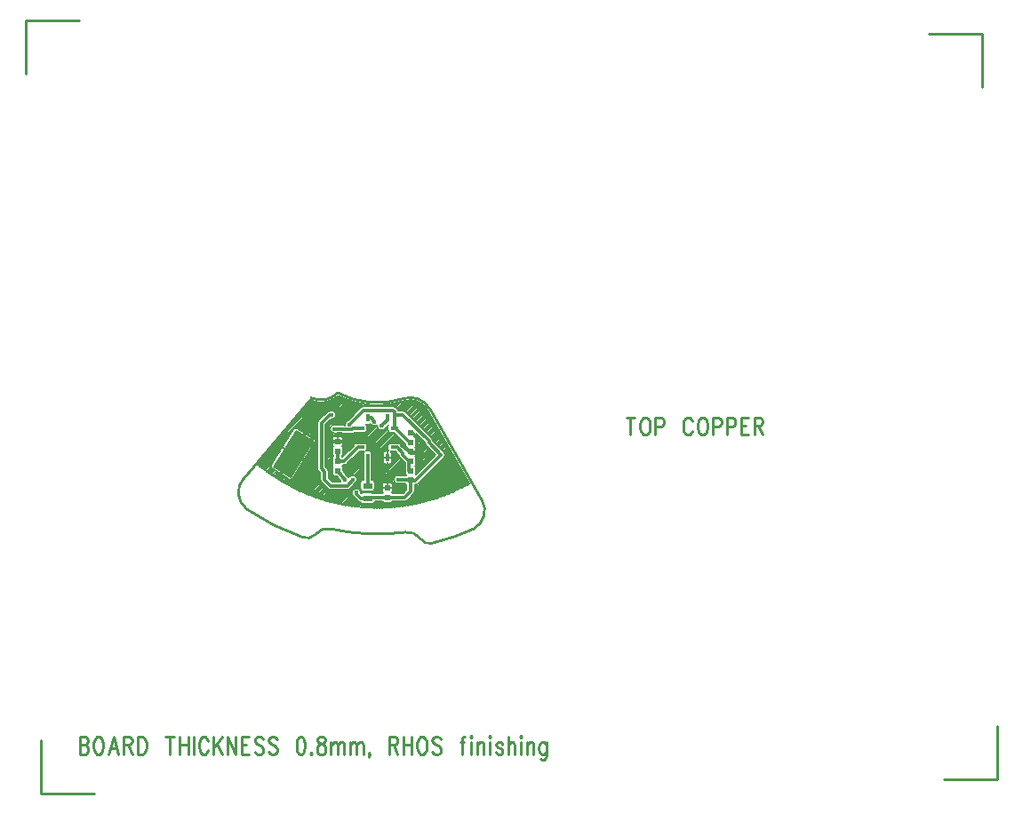
<source format=gbr>
*
*
G04 PADS 9.5 Build Number: 522968 generated Gerber (RS-274-X) file*
G04 PC Version=2.1*
*
%IN "LCORE_4.pcb"*%
*
%MOIN*%
*
%FSLAX35Y35*%
*
*
*
*
G04 PC Standard Apertures*
*
*
G04 Thermal Relief Aperture macro.*
%AMTER*
1,1,$1,0,0*
1,0,$1-$2,0,0*
21,0,$3,$4,0,0,45*
21,0,$3,$4,0,0,135*
%
*
*
G04 Annular Aperture macro.*
%AMANN*
1,1,$1,0,0*
1,0,$2,0,0*
%
*
*
G04 Odd Aperture macro.*
%AMODD*
1,1,$1,0,0*
1,0,$1-0.005,0,0*
%
*
*
G04 PC Custom Aperture Macros*
*
*
*
*
*
*
G04 PC Aperture Table*
*
%ADD010C,0.001*%
%ADD012C,0.01*%
%ADD013C,0.00591*%
%ADD018R,0.02165X0.02165*%
%ADD019R,0.035X0.024*%
%ADD020C,0.01181*%
%ADD021C,0.02362*%
%ADD022C,0.00709*%
%ADD027C,0.00039*%
%ADD031R,0.0315X0.01378*%
%ADD032R,0.01378X0.0315*%
%ADD033C,0.01575*%
*
*
*
*
G04 PC Circuitry*
G04 Layer Name LCORE_4.pcb - circuitry*
%LPD*%
*
*
G04 PC Custom Flashes*
G04 Layer Name LCORE_4.pcb - flashes*
%LPD*%
*
*
G04 PC Circuitry*
G04 Layer Name LCORE_4.pcb - circuitry*
%LPD*%
*
G54D10*
G54D12*
G01X2044631Y1596059D02*
Y1589496D01*
X2043040Y1596059D02*
X2046222D01*
X2049631D02*
X2049176Y1595746D01*
X2048722Y1595121*
X2048495Y1594496*
X2048267Y1593559*
Y1591996*
X2048495Y1591059*
X2048722Y1590434*
X2049176Y1589809*
X2049631Y1589496*
X2050540*
X2050995Y1589809*
X2051449Y1590434*
X2051676Y1591059*
X2051904Y1591996*
Y1593559*
X2051676Y1594496*
X2051449Y1595121*
X2050995Y1595746*
X2050540Y1596059*
X2049631*
X2053949D02*
Y1589496D01*
Y1596059D02*
X2055995D01*
X2056676Y1595746*
X2056904Y1595434*
X2057131Y1594809*
Y1593871*
X2056904Y1593246*
X2056676Y1592934*
X2055995Y1592621*
X2053949*
X2067813Y1594496D02*
X2067585Y1595121D01*
X2067131Y1595746*
X2066676Y1596059*
X2065767*
X2065313Y1595746*
X2064858Y1595121*
X2064631Y1594496*
X2064404Y1593559*
Y1591996*
X2064631Y1591059*
X2064858Y1590434*
X2065313Y1589809*
X2065767Y1589496*
X2066676*
X2067131Y1589809*
X2067585Y1590434*
X2067813Y1591059*
X2071222Y1596059D02*
X2070767Y1595746D01*
X2070313Y1595121*
X2070085Y1594496*
X2069858Y1593559*
Y1591996*
X2070085Y1591059*
X2070313Y1590434*
X2070767Y1589809*
X2071222Y1589496*
X2072131*
X2072585Y1589809*
X2073040Y1590434*
X2073267Y1591059*
X2073495Y1591996*
Y1593559*
X2073267Y1594496*
X2073040Y1595121*
X2072585Y1595746*
X2072131Y1596059*
X2071222*
X2075540D02*
Y1589496D01*
Y1596059D02*
X2077585D01*
X2078267Y1595746*
X2078495Y1595434*
X2078722Y1594809*
Y1593871*
X2078495Y1593246*
X2078267Y1592934*
X2077585Y1592621*
X2075540*
X2080767Y1596059D02*
Y1589496D01*
Y1596059D02*
X2082813D01*
X2083495Y1595746*
X2083722Y1595434*
X2083949Y1594809*
Y1593871*
X2083722Y1593246*
X2083495Y1592934*
X2082813Y1592621*
X2080767*
X2085995Y1596059D02*
Y1589496D01*
Y1596059D02*
X2088949D01*
X2085995Y1592934D02*
X2087813D01*
X2085995Y1589496D02*
X2088949D01*
X2090995Y1596059D02*
Y1589496D01*
Y1596059D02*
X2093040D01*
X2093722Y1595746*
X2093949Y1595434*
X2094176Y1594809*
Y1594184*
X2093949Y1593559*
X2093722Y1593246*
X2093040Y1592934*
X2090995*
X2092585D02*
X2094176Y1589496D01*
X1837997Y1476324D02*
Y1469761D01*
Y1476324D02*
X1840042D01*
X1840724Y1476011*
X1840951Y1475699*
X1841179Y1475074*
Y1474449*
X1840951Y1473824*
X1840724Y1473511*
X1840042Y1473199*
X1837997D02*
X1840042D01*
X1840724Y1472886*
X1840951Y1472574*
X1841179Y1471949*
Y1471011*
X1840951Y1470386*
X1840724Y1470074*
X1840042Y1469761*
X1837997*
X1844588Y1476324D02*
X1844133Y1476011D01*
X1843679Y1475386*
X1843451Y1474761*
X1843224Y1473824*
Y1472261*
X1843451Y1471324*
X1843679Y1470699*
X1844133Y1470074*
X1844588Y1469761*
X1845497*
X1845951Y1470074*
X1846406Y1470699*
X1846633Y1471324*
X1846860Y1472261*
Y1473824*
X1846633Y1474761*
X1846406Y1475386*
X1845951Y1476011*
X1845497Y1476324*
X1844588*
X1850724D02*
X1848906Y1469761D01*
X1850724Y1476324D02*
X1852542Y1469761D01*
X1849588Y1471949D02*
X1851860D01*
X1854588Y1476324D02*
Y1469761D01*
Y1476324D02*
X1856633D01*
X1857315Y1476011*
X1857542Y1475699*
X1857769Y1475074*
Y1474449*
X1857542Y1473824*
X1857315Y1473511*
X1856633Y1473199*
X1854588*
X1856179D02*
X1857769Y1469761D01*
X1859815Y1476324D02*
Y1469761D01*
Y1476324D02*
X1861406D01*
X1862088Y1476011*
X1862542Y1475386*
X1862769Y1474761*
X1862997Y1473824*
Y1472261*
X1862769Y1471324*
X1862542Y1470699*
X1862088Y1470074*
X1861406Y1469761*
X1859815*
X1871860Y1476324D02*
Y1469761D01*
X1870269Y1476324D02*
X1873451D01*
X1875497D02*
Y1469761D01*
X1878679Y1476324D02*
Y1469761D01*
X1875497Y1473199D02*
X1878679D01*
X1880724Y1476324D02*
Y1469761D01*
X1886179Y1474761D02*
X1885951Y1475386D01*
X1885497Y1476011*
X1885042Y1476324*
X1884133*
X1883679Y1476011*
X1883224Y1475386*
X1882997Y1474761*
X1882769Y1473824*
Y1472261*
X1882997Y1471324*
X1883224Y1470699*
X1883679Y1470074*
X1884133Y1469761*
X1885042*
X1885497Y1470074*
X1885951Y1470699*
X1886179Y1471324*
X1888224Y1476324D02*
Y1469761D01*
X1891406Y1476324D02*
X1888224Y1471949D01*
X1889360Y1473511D02*
X1891406Y1469761D01*
X1893451Y1476324D02*
Y1469761D01*
Y1476324D02*
X1896633Y1469761D01*
Y1476324D02*
Y1469761D01*
X1898679Y1476324D02*
Y1469761D01*
Y1476324D02*
X1901633D01*
X1898679Y1473199D02*
X1900497D01*
X1898679Y1469761D02*
X1901633D01*
X1906860Y1475386D02*
X1906406Y1476011D01*
X1905724Y1476324*
X1904815*
X1904133Y1476011*
X1903679Y1475386*
Y1474761*
X1903906Y1474136*
X1904133Y1473824*
X1904588Y1473511*
X1905951Y1472886*
X1906406Y1472574*
X1906633Y1472261*
X1906860Y1471636*
Y1470699*
X1906406Y1470074*
X1905724Y1469761*
X1904815*
X1904133Y1470074*
X1903679Y1470699*
X1912088Y1475386D02*
X1911633Y1476011D01*
X1910951Y1476324*
X1910042*
X1909360Y1476011*
X1908906Y1475386*
Y1474761*
X1909133Y1474136*
X1909360Y1473824*
X1909815Y1473511*
X1911179Y1472886*
X1911633Y1472574*
X1911860Y1472261*
X1912088Y1471636*
Y1470699*
X1911633Y1470074*
X1910951Y1469761*
X1910042*
X1909360Y1470074*
X1908906Y1470699*
X1920724Y1476324D02*
X1920042Y1476011D01*
X1919588Y1475074*
X1919360Y1473511*
Y1472574*
X1919588Y1471011*
X1920042Y1470074*
X1920724Y1469761*
X1921179*
X1921860Y1470074*
X1922315Y1471011*
X1922542Y1472574*
Y1473511*
X1922315Y1475074*
X1921860Y1476011*
X1921179Y1476324*
X1920724*
X1924815Y1470386D02*
X1924588Y1470074D01*
X1924815Y1469761*
X1925042Y1470074*
X1924815Y1470386*
X1928224Y1476324D02*
X1927542Y1476011D01*
X1927315Y1475386*
Y1474761*
X1927542Y1474136*
X1927997Y1473824*
X1928906Y1473511*
X1929588Y1473199*
X1930042Y1472574*
X1930269Y1471949*
Y1471011*
X1930042Y1470386*
X1929815Y1470074*
X1929133Y1469761*
X1928224*
X1927542Y1470074*
X1927315Y1470386*
X1927088Y1471011*
Y1471949*
X1927315Y1472574*
X1927769Y1473199*
X1928451Y1473511*
X1929360Y1473824*
X1929815Y1474136*
X1930042Y1474761*
Y1475386*
X1929815Y1476011*
X1929133Y1476324*
X1928224*
X1932315Y1474136D02*
Y1469761D01*
Y1472886D02*
X1932997Y1473824D01*
X1933451Y1474136*
X1934133*
X1934588Y1473824*
X1934815Y1472886*
Y1469761*
Y1472886D02*
X1935497Y1473824D01*
X1935951Y1474136*
X1936633*
X1937088Y1473824*
X1937315Y1472886*
Y1469761*
X1939360Y1474136D02*
Y1469761D01*
Y1472886D02*
X1940042Y1473824D01*
X1940497Y1474136*
X1941179*
X1941633Y1473824*
X1941860Y1472886*
Y1469761*
Y1472886D02*
X1942542Y1473824D01*
X1942997Y1474136*
X1943679*
X1944133Y1473824*
X1944360Y1472886*
Y1469761*
X1946860Y1470074D02*
X1946633Y1469761D01*
X1946406Y1470074*
X1946633Y1470386*
X1946860Y1470074*
Y1469449*
X1946633Y1468824*
X1946406Y1468511*
X1954133Y1476324D02*
Y1469761D01*
Y1476324D02*
X1956179D01*
X1956860Y1476011*
X1957088Y1475699*
X1957315Y1475074*
Y1474449*
X1957088Y1473824*
X1956860Y1473511*
X1956179Y1473199*
X1954133*
X1955724D02*
X1957315Y1469761D01*
X1959360Y1476324D02*
Y1469761D01*
X1962542Y1476324D02*
Y1469761D01*
X1959360Y1473199D02*
X1962542D01*
X1965951Y1476324D02*
X1965497Y1476011D01*
X1965042Y1475386*
X1964815Y1474761*
X1964588Y1473824*
Y1472261*
X1964815Y1471324*
X1965042Y1470699*
X1965497Y1470074*
X1965951Y1469761*
X1966860*
X1967315Y1470074*
X1967769Y1470699*
X1967997Y1471324*
X1968224Y1472261*
Y1473824*
X1967997Y1474761*
X1967769Y1475386*
X1967315Y1476011*
X1966860Y1476324*
X1965951*
X1973451Y1475386D02*
X1972997Y1476011D01*
X1972315Y1476324*
X1971406*
X1970724Y1476011*
X1970269Y1475386*
Y1474761*
X1970497Y1474136*
X1970724Y1473824*
X1971179Y1473511*
X1972542Y1472886*
X1972997Y1472574*
X1973224Y1472261*
X1973451Y1471636*
Y1470699*
X1972997Y1470074*
X1972315Y1469761*
X1971406*
X1970724Y1470074*
X1970269Y1470699*
X1982542Y1476324D02*
X1982088D01*
X1981633Y1476011*
X1981406Y1475074*
Y1469761*
X1980724Y1474136D02*
X1982315D01*
X1984588Y1476324D02*
X1984815Y1476011D01*
X1985042Y1476324*
X1984815Y1476636*
X1984588Y1476324*
X1984815Y1474136D02*
Y1469761D01*
X1987088Y1474136D02*
Y1469761D01*
Y1472886D02*
X1987769Y1473824D01*
X1988224Y1474136*
X1988906*
X1989360Y1473824*
X1989588Y1472886*
Y1469761*
X1991633Y1476324D02*
X1991860Y1476011D01*
X1992088Y1476324*
X1991860Y1476636*
X1991633Y1476324*
X1991860Y1474136D02*
Y1469761D01*
X1996633Y1473199D02*
X1996406Y1473824D01*
X1995724Y1474136*
X1995042*
X1994360Y1473824*
X1994133Y1473199*
X1994360Y1472574*
X1994815Y1472261*
X1995951Y1471949*
X1996406Y1471636*
X1996633Y1471011*
Y1470699*
X1996406Y1470074*
X1995724Y1469761*
X1995042*
X1994360Y1470074*
X1994133Y1470699*
X1998679Y1476324D02*
Y1469761D01*
Y1472886D02*
X1999360Y1473824D01*
X1999815Y1474136*
X2000497*
X2000951Y1473824*
X2001179Y1472886*
Y1469761*
X2003224Y1476324D02*
X2003451Y1476011D01*
X2003679Y1476324*
X2003451Y1476636*
X2003224Y1476324*
X2003451Y1474136D02*
Y1469761D01*
X2005724Y1474136D02*
Y1469761D01*
Y1472886D02*
X2006406Y1473824D01*
X2006860Y1474136*
X2007542*
X2007997Y1473824*
X2008224Y1472886*
Y1469761*
X2012997Y1474136D02*
Y1469136D01*
X2012769Y1468199*
X2012542Y1467886*
X2012088Y1467574*
X2011406*
X2010951Y1467886*
X2012997Y1473199D02*
X2012542Y1473824D01*
X2012088Y1474136*
X2011406*
X2010951Y1473824*
X2010497Y1473199*
X2010269Y1472261*
Y1471636*
X2010497Y1470699*
X2010951Y1470074*
X2011406Y1469761*
X2012088*
X2012542Y1470074*
X2012997Y1470699*
X1900788Y1561558D02*
G75*
G03X1921809Y1551031I48934J71466D01*
G01X1921827Y1551025D02*
G03X1926389Y1552091I1471J3999D01*
G01X1932249Y1554225D02*
G03X1926391Y1552092I-1336J-5442D01*
G01X1932289Y1554216D02*
G03X1960292Y1552993I17468J78795D01*
G01X1965815Y1550567D02*
G03X1960269Y1552990I-4781J-3386D01*
G01X1965819Y1550561D02*
G03X1970341Y1548880I3345J2074D01*
G01X1970380Y1548889D02*
G03X1985922Y1554286I-20514J84150D01*
G01X1985913Y1554281D02*
G03X1988944Y1564993I-3840J6872D01*
G01X1988940Y1564999D02*
X1969016Y1599606D01*
X1969018Y1599603D02*
G03X1959686Y1603148I-6910J-4135D01*
G01X1934880Y1605240D02*
G03X1959709Y1603156I14835J27784D01*
G01X1924884Y1603377D02*
G03X1934851Y1605260I3644J8033D01*
G01X1924879Y1603379D02*
X1899587Y1573281D01*
X1899585Y1573278D02*
G03X1900763Y1561574I5923J-5315D01*
G01X1837791Y1744944D02*
X1817791D01*
Y1724944*
X1823603Y1475056D02*
Y1455056D01*
X1843603*
X2162209Y1460312D02*
X2182209D01*
Y1480312*
X2176373Y1719944D02*
Y1739944D01*
X2156373*
G54D13*
X1964162Y1583197D02*
X1963217D01*
X1932745Y1586937D02*
X1933690D01*
X1936800D02*
X1935855D01*
X1934772Y1588965D02*
Y1588020D01*
X1914016Y1584924D02*
X1914817Y1584423D01*
X1913300Y1574824D02*
X1913801Y1575625D01*
X1922064Y1579895D02*
X1921263Y1580396D01*
X1922780Y1589995D02*
X1922279Y1589194D01*
X1955501Y1569614D02*
X1954556D01*
X1953473Y1571642D02*
Y1570697D01*
X1951446Y1569614D02*
X1952390D01*
X1951839Y1580941D02*
X1952784D01*
X1953473Y1578421D02*
Y1579366D01*
X1955107Y1580941D02*
X1954162D01*
X1953473Y1583461D02*
Y1582516D01*
G54D18*
X1962135Y1586740D03*
Y1590283D03*
X1953473Y1566071D03*
Y1569614D03*
X1934772Y1579654D03*
Y1576110D03*
Y1586937D03*
Y1583394D03*
X1962135Y1583197D03*
Y1579654D03*
Y1576110D03*
Y1572567D03*
G54D19*
X1945993Y1565639D03*
Y1570439D03*
G54D20*
X1941859Y1567843D02*
Y1567214D01*
X1943434Y1565639*
X1945993*
X1957410Y1572764D02*
X1961938D01*
X1962135Y1572567*
X1945993Y1570439D02*
Y1580941D01*
Y1565639D02*
Y1566071D01*
X1953473*
X1959969*
X1962135Y1568236*
Y1572567*
X1963019*
Y1572319*
X1963903*
X1973599Y1582016*
X1962135Y1572567D02*
X1962382D01*
Y1572319*
X1913316Y1574142D02*
X1918040Y1582409D01*
X1922764Y1590283*
X1918040Y1582409D02*
X1925127Y1578912D01*
X1934689Y1581524D02*
X1934689D01*
G03X1934772Y1579654I21054J-0*
G01X1925127Y1578912D02*
Y1593630D01*
X1931032Y1599535*
X1933788*
X1935166Y1598157*
Y1596976*
X1925127Y1578912D02*
Y1573945D01*
X1931623Y1567449*
X1934772Y1583394D02*
G03X1934689Y1581524I20971J-1870D01*
G01X1931032Y1591661D02*
Y1592843D01*
X1932607Y1594417*
X1933788*
X1935166Y1595795*
Y1596976*
X1931032Y1591661D02*
Y1588315D01*
X1932410Y1586937*
X1934772*
X1928670Y1592843D02*
Y1576898D01*
X1929851Y1575717*
Y1575323*
X1928670Y1592843D02*
Y1593827D01*
X1931820Y1596976*
X1932607*
X1933591Y1591661D02*
X1936924D01*
X1937121Y1591465*
X1940178*
X1940579Y1591866*
X1943335*
Y1591965*
X1929851Y1575323D02*
Y1572764D01*
X1932213Y1570402*
X1938484*
X1940481Y1572764*
X1939300Y1593433D02*
X1944615Y1598748D01*
X1955442*
X1956032Y1598157*
Y1596976*
X1934772Y1586937D02*
X1937036D01*
X1945399Y1586748*
X1950914Y1583197*
X1953375Y1586056*
X1934772Y1576110D02*
X1935264D01*
Y1575618*
X1937528Y1572567*
X1934772Y1579654D02*
X1937225D01*
X1942449Y1584878*
X1943335*
X1954067Y1586748D02*
X1954256Y1586937D01*
X1958054*
X1961794Y1583197*
X1962135*
X1954067Y1586748D02*
X1958195D01*
X1958886Y1586056*
X1959969Y1584867*
X1961887Y1582949*
Y1583197*
X1962135*
X1953375Y1586056D02*
X1954067Y1586748D01*
X1951277Y1592888D02*
X1951505Y1593039D01*
X1951949Y1593492*
X1953473Y1595016*
Y1595902*
X1951277Y1592888D02*
X1951308Y1592843D01*
X1956252Y1592128D02*
X1961887Y1586493D01*
Y1586740*
X1962135*
X1956252Y1592128D02*
X1956329Y1591965D01*
X1951603Y1578877D02*
X1953369Y1575809D01*
X1953473Y1575520*
X1951603Y1578877D02*
Y1584285D01*
X1953375Y1586056*
X1962135Y1579654D02*
X1961642D01*
Y1576110*
X1962135*
X1956131Y1591965D02*
X1956329D01*
X1956131Y1584878D02*
X1957016D01*
X1959182Y1582713*
Y1582111*
X1961887Y1579406*
Y1579654*
X1962135*
Y1583197D02*
Y1582724D01*
X1964497Y1582630*
X1965142Y1582475*
X1965142*
X1967056Y1582016*
X1962135Y1590283D02*
X1962382D01*
Y1590531*
X1970205Y1582708*
Y1582016*
X1956032Y1596976D02*
X1959277D01*
X1968999Y1587255*
Y1586616*
X1973599Y1582016*
X1956032Y1596976D02*
X1956131Y1596878D01*
Y1591965*
X1945993Y1595902D02*
X1947371Y1595992D01*
X1948552Y1594417*
G54D21*
X1931623Y1567449D02*
X1934575D01*
X1967056Y1582016D02*
X1970205D01*
G54D22*
X1984281Y1571197D02*
Y1571198*
X1968202Y1599128D01*
X1968202*
G03X1959975Y1602248I-6094J-3660*
G01X1959975*
X1935011Y1604106D02*
G03X1959975Y1602248I14704J28918D01*
G01X1935011Y1604106D02*
X1925159Y1602244*
G03X1935011Y1604106I3369J9166D01*
G01X1925159Y1602244D02*
X1925158Y1602243*
X1904983Y1578233D01*
Y1578232D02*
G03X1984281Y1571197I44750J53981D01*
G01X1971427Y1582015D02*
Y1582016*
X1967913Y1585530D01*
X1967463Y1586616D02*
G03X1967913Y1585530I1536J0D01*
G01X1967463Y1586616D02*
Y1586619D01*
X1964163Y1589919*
X1964162Y1589918D02*
Y1589201D01*
X1963864Y1588512D02*
G03X1964162Y1589201I-647J689D01*
G01X1963864Y1588512D02*
X1964162Y1587823*
G03X1963864Y1588511I-945J-0D01*
G01X1964162Y1587823D02*
Y1585657D01*
X1963864Y1584969D02*
G03X1964162Y1585657I-647J688D01*
G01X1963864Y1584969D02*
X1964162Y1584280*
G03X1963864Y1584968I-945J-0D01*
G01X1964162Y1584280D02*
Y1582114D01*
X1963864Y1581426D02*
G03X1964162Y1582114I-647J688D01*
G01X1963864Y1581426D02*
X1964162Y1580736*
G03X1963864Y1581425I-945J0D01*
G01X1964162Y1580736D02*
Y1578571D01*
X1963864Y1577882D02*
G03X1964162Y1578571I-647J689D01*
G01X1963864Y1577882D02*
X1964162Y1577193*
G03X1963864Y1577881I-945J-0D01*
G01X1964162Y1577193D02*
Y1575028D01*
X1964100Y1574690D02*
G03X1964162Y1575028I-883J338D01*
G01X1964100Y1574690D02*
X1964101Y1574689*
X1971427Y1582015D01*
X1974685Y1580930D02*
G03Y1583101I-1086J1086D01*
G01Y1580930D02*
X1964988Y1571234D01*
X1963903Y1570784D02*
G03X1964988Y1571234I-0J1535D01*
G01X1963903Y1570784D02*
X1963852D01*
X1963670Y1570655D02*
G03X1963851Y1570784I-453J829D01*
G01X1963670Y1570655D02*
Y1570654*
Y1568236D01*
X1963220Y1567150D02*
G03X1963670Y1568236I-1085J1086D01*
G01X1963220Y1567150D02*
X1961055Y1564985D01*
X1959969Y1564535D02*
G03X1961055Y1564985I0J1536D01*
G01X1959969Y1564535D02*
X1955386D01*
X1954556Y1564043D02*
G03X1955385Y1564535I-0J945D01*
G01X1954556Y1564043D02*
X1952390D01*
X1951561Y1564535D02*
G03X1952390Y1564043I829J453D01*
G01X1951561Y1564535D02*
X1948688D01*
Y1564439*
X1947743Y1563494D02*
G03X1948688Y1564439I-0J945D01*
G01X1947743Y1563494D02*
X1944243D01*
X1943359Y1564105D02*
G03X1944243Y1563494I884J334D01*
G01X1943359Y1564105D02*
X1942348Y1564554*
G03X1943358Y1564106I1086J1085D01*
G01X1942348Y1564554D02*
X1940773Y1566128D01*
X1940336Y1567016D02*
G03X1940773Y1566128I1523J198D01*
G01X1940336Y1567016D02*
X1943582Y1567663*
G03X1940336Y1567017I-1723J180D01*
G01X1943582Y1567663D02*
X1943582D01*
Y1567662D02*
X1943660Y1567584D01*
X1944243Y1567784D02*
G03X1943661Y1567584I-0J-945D01*
G01X1944243Y1567784D02*
X1947743D01*
X1948295Y1567606D02*
G03X1947743Y1567784I-552J-767D01*
G01X1948295Y1567606D02*
X1951561D01*
X1951743Y1567842D02*
G03X1951561Y1567607I647J-688D01*
G01X1951743Y1567842D02*
X1951446Y1568531*
G03X1951743Y1567843I944J0D01*
G01X1951446Y1568531D02*
Y1570697D01*
X1952390Y1571642D02*
G03X1951446Y1570697I0J-945D01*
G01X1952390Y1571642D02*
X1954556D01*
X1955501Y1570697D02*
G03X1954556Y1571642I-945J-0D01*
G01X1955501Y1570697D02*
Y1568531D01*
X1955203Y1567843D02*
G03X1955501Y1568531I-647J688D01*
G01X1955203Y1567843D02*
X1955385Y1567607*
G03X1955203Y1567842I-829J-453D01*
G01X1955385Y1567607D02*
X1955386Y1567606*
X1959333D01*
Y1567607D02*
X1960599Y1568872D01*
Y1568873D02*
Y1570654D01*
X1960142Y1571228D02*
G03X1960599Y1570655I910J256D01*
G01X1960142Y1571228D02*
X1958212D01*
Y1574299D02*
G03Y1571228I-802J-1535D01*
G01Y1574299D02*
X1960365D01*
X1960405Y1574338D02*
G03X1960366Y1574299I647J-688D01*
G01X1960405Y1574338D02*
X1960107Y1575028*
G03X1960405Y1574339I945J-0D01*
G01X1960107Y1575028D02*
Y1576110D01*
Y1579014*
Y1579015D02*
X1958096Y1581026D01*
X1957647Y1582076D02*
G03X1958096Y1581026I1535J35D01*
G01X1957647Y1582076D02*
X1956479Y1583244D01*
X1954766*
X1955107Y1582516D02*
G03X1954766Y1583243I-945J-0D01*
G01X1955107Y1582516D02*
Y1579366D01*
X1954162Y1578421D02*
G03X1955107Y1579366I0J945D01*
G01X1954162Y1578421D02*
X1952784D01*
X1951839Y1579366D02*
G03X1952784Y1578421I945J0D01*
G01X1951839Y1579366D02*
Y1582516D01*
X1952784Y1583461D02*
G03X1951839Y1582516I0J-945D01*
G01X1952784Y1583461D02*
X1953952D01*
X1953611Y1584189D02*
G03X1953952Y1583462I945J-0D01*
G01X1953611Y1584189D02*
Y1585567D01*
X1954556Y1586512D02*
G03X1953611Y1585567I-0J-945D01*
G01X1954556Y1586512D02*
X1957705D01*
X1958650Y1585567D02*
G03X1957705Y1586512I-945J-0D01*
G01X1958650Y1585567D02*
Y1585416D01*
Y1585415D02*
X1960106Y1583960D01*
X1960107Y1583961D02*
Y1584280D01*
X1960405Y1584968D02*
G03X1960107Y1584280I647J-688D01*
G01X1960405Y1584968D02*
X1960107Y1585657*
G03X1960405Y1584969I945J0D01*
G01X1960107Y1585657D02*
Y1586101D01*
X1955878Y1590330*
X1955877Y1590331D02*
X1954556D01*
X1953611Y1591276D02*
G03X1954556Y1590331I945J-0D01*
G01X1953611Y1591276D02*
Y1592654D01*
X1953714Y1593084D02*
G03X1953611Y1592654I842J-430D01*
G01X1953714Y1593084D02*
X1953713Y1593085*
X1953039Y1592411D01*
X1952964Y1592334*
X1949585Y1593025D02*
G03X1952963Y1592333I1723J-182D01*
G01X1949585Y1593025D02*
Y1593026D01*
X1947097Y1593477D02*
G03X1949584Y1593026I1455J940D01*
G01X1947097Y1593477D02*
X1946682Y1593382*
G03X1947096Y1593477I-0J945D01*
G01X1946682Y1593382D02*
X1945514D01*
X1945855Y1592654D02*
G03X1945514Y1593381I-945J-0D01*
G01X1945855Y1592654D02*
Y1591276D01*
X1944910Y1590331D02*
G03X1945855Y1591276I0J945D01*
G01X1944910Y1590331D02*
X1941760D01*
X1941760D02*
X1941213D01*
X1940178Y1589929D02*
G03X1941213Y1590331I-0J1536D01*
G01X1940178Y1589929D02*
X1937121D01*
X1936369Y1590126D02*
G03X1937121Y1589929I752J1339D01*
G01X1936369Y1590126D02*
X1936368*
X1934393D01*
Y1593197D02*
G03Y1590126I-802J-1536D01*
G01Y1593197D02*
X1936924D01*
X1937613Y1593033D02*
G03X1936924Y1593197I-689J-1372D01*
G01X1937613Y1593033D02*
X1938781Y1595086*
G03X1937614Y1593034I519J-1653D01*
G01X1938781Y1595086D02*
X1943529Y1599834D01*
X1944615Y1600283D02*
G03X1943529Y1599834I-0J-1535D01*
G01X1944615Y1600283D02*
X1955442D01*
X1956527Y1599834D02*
G03X1955442Y1600283I-1085J-1086D01*
G01X1956527Y1599834D02*
X1957118Y1599243D01*
X1957526Y1598512D02*
G03X1957118Y1599243I-1494J-355D01*
G01X1957526Y1598512D02*
X1957527*
X1959277D01*
X1960363Y1598062D02*
G03X1959277Y1598512I-1086J-1086D01*
G01X1960363Y1598062D02*
X1970084Y1588341D01*
X1970534Y1587255D02*
G03X1970084Y1588341I-1535J0D01*
G01X1970534Y1587255D02*
Y1587252D01*
X1974685Y1583101*
X1926303Y1586679D02*
G03X1926003Y1587981I-801J501D01*
G01X1926303Y1586679D02*
X1917825Y1573111D01*
X1916523Y1572810D02*
G03X1917825Y1573111I500J801D01*
G01X1916523Y1572810D02*
X1910077Y1576837D01*
X1909777Y1578139D02*
G03X1910077Y1576837I801J-500D01*
G01X1909777Y1578139D02*
X1918255Y1591708D01*
X1919558Y1592009D02*
G03X1918255Y1591708I-501J-801D01*
G01X1919558Y1592009D02*
X1926003Y1587981D01*
X1948688Y1571639D02*
Y1569239D01*
X1947743Y1568294D02*
G03X1948688Y1569239I-0J945D01*
G01X1947743Y1568294D02*
X1944243D01*
X1943298Y1569239D02*
G03X1944243Y1568294I945J0D01*
G01X1943298Y1569239D02*
Y1571639D01*
X1944243Y1572584D02*
G03X1943298Y1571639I-0J-945D01*
G01X1944243Y1572584D02*
X1944457D01*
Y1572585D02*
Y1578946D01*
X1944359Y1579366D02*
G03X1944457Y1578946I945J0D01*
G01X1944359Y1579366D02*
Y1582516D01*
X1944700Y1583243D02*
G03X1944359Y1582516I604J-727D01*
G01X1944700Y1583243D02*
Y1583244*
X1942987D01*
X1938311Y1578568*
X1937225Y1578118D02*
G03X1938311Y1578568I0J1536D01*
G01X1937225Y1578118D02*
X1936685D01*
X1936502Y1577882D02*
G03X1936684Y1578118I-647J689D01*
G01X1936502Y1577882D02*
X1936800Y1577193*
G03X1936502Y1577881I-945J-0D01*
G01X1936800Y1577193D02*
Y1576126D01*
Y1576125D02*
X1938283Y1574126D01*
X1938944Y1573565D02*
G03X1938284Y1574126I-1416J-998D01*
G01X1938944Y1573565D02*
X1941136Y1571160*
G03X1938945Y1573565I-655J1604D01*
G01X1941136Y1571160D02*
X1939657Y1569410D01*
X1938484Y1568866D02*
G03X1939657Y1569410I0J1536D01*
G01X1938484Y1568866D02*
X1932213D01*
X1931128Y1569316D02*
G03X1932213Y1568866I1085J1086D01*
G01X1931128Y1569316D02*
X1928765Y1571678D01*
X1928316Y1572764D02*
G03X1928765Y1571678I1535J-0D01*
G01X1928316Y1572764D02*
Y1574521D01*
X1928119Y1575276D02*
G03X1928316Y1574521I1732J47D01*
G01X1928119Y1575276D02*
Y1575277*
X1927584Y1575812D01*
X1927134Y1576898D02*
G03X1927584Y1575812I1536J-0D01*
G01X1927134Y1576898D02*
Y1592843D01*
Y1593827*
X1927584Y1594913D02*
G03X1927134Y1593827I1086J-1086D01*
G01X1927584Y1594913D02*
X1930734Y1598062D01*
X1931805Y1598512D02*
G03X1930734Y1598062I15J-1536D01*
G01X1931805Y1598512D02*
X1932289Y1595274*
G03X1931805Y1598512I318J1702D01*
G01X1932289Y1595274D02*
X1932288Y1595273*
X1930206Y1593191D01*
X1930205Y1593190D02*
Y1592843D01*
Y1577534*
X1930206Y1577533D02*
X1930937Y1576802D01*
X1931256Y1576337D02*
G03X1930937Y1576802I-1405J-620D01*
G01X1931256Y1576337D02*
X1931387Y1574521*
G03X1931256Y1576337I-1536J802D01*
G01X1931387Y1574521D02*
Y1573400D01*
X1932849Y1571937*
X1932850D02*
X1935913D01*
X1935817Y1572296D02*
G03X1935914Y1571938I1711J271D01*
G01X1935817Y1572296D02*
X1934492Y1574082D01*
X1934491Y1574083D02*
X1933690D01*
X1932745Y1575028D02*
G03X1933690Y1574083I945J-0D01*
G01X1932745Y1575028D02*
Y1577193D01*
X1933042Y1577881D02*
G03X1932745Y1577193I648J-688D01*
G01X1933042Y1577881D02*
X1932745Y1578571*
G03X1933042Y1577882I945J-0D01*
G01X1932745Y1578571D02*
Y1580736D01*
X1933153Y1581514D02*
G03X1932745Y1580736I537J-778D01*
G01X1933153Y1581514D02*
X1933154Y1581515*
Y1581524D01*
X1933154*
Y1581532*
X1932745Y1582311D02*
G03X1933153Y1581533I945J0D01*
G01X1932745Y1582311D02*
Y1584476D01*
X1933042Y1585165D02*
G03X1932745Y1584476I648J-689D01*
G01X1933042Y1585165D02*
X1932745Y1585854*
G03X1933042Y1585166I945J0D01*
G01X1932745Y1585854D02*
Y1588020D01*
X1933690Y1588965D02*
G03X1932745Y1588020I-0J-945D01*
G01X1933690Y1588965D02*
X1935855D01*
X1936800Y1588020D02*
G03X1935855Y1588965I-945J-0D01*
G01X1936800Y1588020D02*
Y1585854D01*
X1936502Y1585166D02*
G03X1936800Y1585854I-647J688D01*
G01X1936502Y1585166D02*
X1936800Y1584476*
G03X1936502Y1585165I-945J0D01*
G01X1936800Y1584476D02*
Y1582311D01*
X1936378Y1581524D02*
G03X1936800Y1582311I-523J787D01*
G01X1936378Y1581524D02*
X1936648Y1581249*
G03X1936378Y1581523I-793J-513D01*
G01X1936648Y1581249D02*
X1936649*
X1940815Y1585415D01*
X1940816Y1585416D02*
Y1585567D01*
X1941760Y1586512D02*
G03X1940816Y1585567I0J-945D01*
G01X1941760Y1586512D02*
X1944910D01*
X1945855Y1585567D02*
G03X1944910Y1586512I-945J-0D01*
G01X1945855Y1585567D02*
Y1584189D01*
X1945514Y1583462D02*
G03X1945855Y1584189I-604J727D01*
G01X1945514Y1583462D02*
Y1583461*
X1946682D01*
X1947627Y1582516D02*
G03X1946682Y1583461I-945J-0D01*
G01X1947627Y1582516D02*
Y1579366D01*
X1947528Y1578946D02*
G03X1947627Y1579366I-846J420D01*
G01X1947528Y1578946D02*
Y1572585D01*
X1947529Y1572584D02*
X1947743D01*
X1948688Y1571639D02*
G03X1947743Y1572584I-945J0D01*
G01X1964159Y1574952D02*
X1971325Y1582118D01*
X1964162Y1575857D02*
X1970874Y1582569D01*
X1964162Y1576759D02*
X1970423Y1583020D01*
X1964080Y1577579D02*
X1969972Y1583471D01*
X1964162Y1578563D02*
X1969521Y1583922D01*
X1964162Y1579465D02*
X1969070Y1584373D01*
X1964162Y1580367D02*
X1968619Y1584824D01*
X1964059Y1581166D02*
X1968168Y1585275D01*
X1964162Y1582171D02*
X1967735Y1585744D01*
X1964162Y1583073D02*
X1967480Y1586391D01*
X1964162Y1583975D02*
X1967135Y1586948D01*
X1964036Y1584751D02*
X1966684Y1587399D01*
X1964162Y1585779D02*
X1966233Y1587850D01*
X1964162Y1586681D02*
X1965782Y1588301D01*
X1964162Y1587583D02*
X1965331Y1588752D01*
X1964012Y1588334D02*
X1964880Y1589203D01*
X1964162Y1589387D02*
X1964429Y1589654D01*
X1983323Y1570665D02*
X1984126Y1571468D01*
X1981420Y1569664D02*
X1983796Y1572040D01*
X1979655Y1568801D02*
X1983467Y1572612D01*
X1977997Y1568044D02*
X1983137Y1573185D01*
X1976425Y1567375D02*
X1982808Y1573757D01*
X1974926Y1566778D02*
X1982478Y1574330D01*
X1973489Y1566243D02*
X1982148Y1574902D01*
X1972105Y1565760D02*
X1981819Y1575475D01*
X1970767Y1565325D02*
X1981489Y1576047D01*
X1969472Y1564931D02*
X1981160Y1576619D01*
X1968213Y1564575D02*
X1980830Y1577192D01*
X1966988Y1564252D02*
X1980501Y1577764D01*
X1965794Y1563960D02*
X1980171Y1578337D01*
X1964629Y1563696D02*
X1979842Y1578909D01*
X1963489Y1563458D02*
X1979512Y1579482D01*
X1962373Y1563244D02*
X1979183Y1580054D01*
X1961279Y1563053D02*
X1978853Y1580626D01*
X1960207Y1562882D02*
X1978523Y1581199D01*
X1959154Y1562731D02*
X1978194Y1581771D01*
X1963667Y1568147D02*
X1977864Y1582344D01*
X1963670Y1569051D02*
X1977535Y1582916D01*
X1974868Y1581151D02*
X1977205Y1583489D01*
X1975109Y1582294D02*
X1976876Y1584061D01*
X1974837Y1582924D02*
X1976546Y1584633D01*
X1974398Y1583388D02*
X1976217Y1585206D01*
X1973947Y1583839D02*
X1975887Y1585778D01*
X1973496Y1584290D02*
X1975557Y1586351D01*
X1973045Y1584741D02*
X1975228Y1586923D01*
X1972594Y1585192D02*
X1974898Y1587496D01*
X1972143Y1585643D02*
X1974569Y1588068D01*
X1971692Y1586094D02*
X1974239Y1588640D01*
X1971241Y1586545D02*
X1973910Y1589213D01*
X1970790Y1586996D02*
X1973580Y1589785D01*
X1970494Y1587601D02*
X1973251Y1590358D01*
X1970201Y1588210D02*
X1972921Y1590930D01*
X1969757Y1588668D02*
X1972592Y1591503D01*
X1969306Y1589119D02*
X1972262Y1592075D01*
X1968855Y1589570D02*
X1971932Y1592647D01*
X1968404Y1590021D02*
X1971603Y1593220D01*
X1967953Y1590472D02*
X1971273Y1593792D01*
X1967502Y1590923D02*
X1970944Y1594365D01*
X1967051Y1591374D02*
X1970614Y1594937D01*
X1966600Y1591825D02*
X1970285Y1595510D01*
X1966149Y1592276D02*
X1969955Y1596082D01*
X1965698Y1592727D02*
X1969626Y1596654D01*
X1965247Y1593178D02*
X1969296Y1597227D01*
X1964796Y1593629D02*
X1968966Y1597799D01*
X1964345Y1594080D02*
X1968637Y1598372D01*
X1963894Y1594531D02*
X1968307Y1598944D01*
X1963443Y1594982D02*
X1967962Y1599500D01*
X1962992Y1595433D02*
X1967573Y1600013D01*
X1962541Y1595884D02*
X1967143Y1600485D01*
X1962090Y1596335D02*
X1966672Y1600917D01*
X1961639Y1596786D02*
X1966161Y1601307D01*
X1961188Y1597237D02*
X1965607Y1601655D01*
X1960737Y1597688D02*
X1965007Y1601958D01*
X1963670Y1569953D02*
X1964767Y1571051D01*
X1960284Y1598136D02*
X1964358Y1602210D01*
X1959698Y1598453D02*
X1963652Y1602406D01*
X1958855Y1598512D02*
X1962878Y1602534D01*
X1957953Y1598512D02*
X1962017Y1602575D01*
X1957398Y1598859D02*
X1961034Y1602494D01*
X1957715Y1567606D02*
X1960599Y1570490D01*
X1958617Y1567606D02*
X1960599Y1569588D01*
X1956813Y1567606D02*
X1960228Y1571021D01*
X1959898Y1574299D02*
X1960206Y1574607D01*
X1959420Y1584645D02*
X1960150Y1585375D01*
X1959871Y1584194D02*
X1960121Y1584444D01*
X1953633Y1571642D02*
X1960107Y1578116D01*
X1957389Y1574496D02*
X1960107Y1577214D01*
X1958133Y1574338D02*
X1960107Y1576312D01*
X1958996Y1574299D02*
X1960107Y1575410D01*
X1952731Y1571642D02*
X1960105Y1579016D01*
X1958120Y1562599D02*
X1960059Y1564538D01*
X1958969Y1585096D02*
X1960041Y1586168D01*
X1956999Y1599362D02*
X1959842Y1602204D01*
X1947949Y1567762D02*
X1959654Y1579467D01*
X1958644Y1585673D02*
X1959590Y1586618D01*
X1955911Y1567606D02*
X1959533Y1571228D01*
X1948688Y1569403D02*
X1959203Y1579918D01*
X1957103Y1562484D02*
X1959154Y1564535D01*
X1958338Y1586269D02*
X1959139Y1587069D01*
X1948688Y1570305D02*
X1958752Y1580369D01*
X1957679Y1586512D02*
X1958688Y1587520D01*
X1955224Y1567821D02*
X1958631Y1571228D01*
X1956548Y1599813D02*
X1958543Y1601807D01*
X1948688Y1571207D02*
X1958301Y1580820D01*
X1956102Y1562385D02*
X1958252Y1564535D01*
X1956777Y1586512D02*
X1958237Y1587971D01*
X1948605Y1572026D02*
X1957879Y1581299D01*
X1955875Y1586512D02*
X1957786Y1588422D01*
X1955107Y1579430D02*
X1957652Y1581975D01*
X1955501Y1569000D02*
X1957537Y1571036D01*
X1955117Y1562303D02*
X1957350Y1564535D01*
X1954973Y1586512D02*
X1957335Y1588873D01*
X1956009Y1600175D02*
X1957321Y1601487D01*
X1955107Y1580332D02*
X1957249Y1582474D01*
X1947627Y1580067D02*
X1956884Y1589324D01*
X1955107Y1581234D02*
X1956798Y1582925D01*
X1955501Y1569902D02*
X1956758Y1571159D01*
X1954147Y1562235D02*
X1956448Y1564535D01*
X1947627Y1580969D02*
X1956433Y1589775D01*
X1955107Y1582136D02*
X1956215Y1583244D01*
X1955495Y1570798D02*
X1956211Y1571514D01*
X1955215Y1600283D02*
X1956162Y1601230D01*
X1947627Y1581871D02*
X1955982Y1590226D01*
X1955191Y1571396D02*
X1955836Y1572041D01*
X1954535Y1571642D02*
X1955678Y1572785D01*
X1953192Y1562181D02*
X1955546Y1564535D01*
X1955007Y1582938D02*
X1955313Y1583244D01*
X1947598Y1582745D02*
X1955184Y1590331D01*
X1954313Y1600283D02*
X1955055Y1601026D01*
X1947234Y1583283D02*
X1954314Y1590362D01*
X1952250Y1562141D02*
X1954152Y1564043D01*
X1948163Y1572486D02*
X1954098Y1578421D01*
X1953411Y1600283D02*
X1953994Y1600867D01*
X1953726Y1583461D02*
X1953839Y1583574D01*
X1946510Y1583461D02*
X1953782Y1590733D01*
X1945855Y1584610D02*
X1953611Y1592365D01*
X1945608Y1583461D02*
X1953611Y1591463D01*
X1947599Y1579137D02*
X1953611Y1585150D01*
X1952824Y1583461D02*
X1953611Y1584248D01*
X1951320Y1562114D02*
X1953250Y1564043D01*
X1947528Y1572753D02*
X1953196Y1578421D01*
X1952509Y1600283D02*
X1952973Y1600747D01*
X1947528Y1573655D02*
X1952384Y1578510D01*
X1950404Y1562099D02*
X1952349Y1564044D01*
X1951607Y1600283D02*
X1951986Y1600663D01*
X1947528Y1574557D02*
X1951931Y1578960D01*
X1947528Y1578165D02*
X1951839Y1582476D01*
X1947528Y1577263D02*
X1951839Y1581574D01*
X1947528Y1576361D02*
X1951839Y1580672D01*
X1947528Y1575459D02*
X1951839Y1579770D01*
X1949499Y1562096D02*
X1951723Y1564320D01*
X1951401Y1567606D02*
X1951691Y1567896D01*
X1945855Y1585511D02*
X1951460Y1591117D01*
X1948695Y1567606D02*
X1951446Y1570357D01*
X1949597Y1567606D02*
X1951446Y1569455D01*
X1950499Y1567606D02*
X1951446Y1568553D01*
X1948606Y1562105D02*
X1951036Y1564535D01*
X1950705Y1600283D02*
X1951032Y1600610D01*
X1945626Y1586184D02*
X1950672Y1591231D01*
X1947723Y1562124D02*
X1950134Y1564535D01*
X1945042Y1586503D02*
X1950121Y1591581D01*
X1949803Y1600283D02*
X1950105Y1600585D01*
X1944149Y1586512D02*
X1949741Y1592103D01*
X1943247Y1586512D02*
X1949575Y1592840D01*
X1946852Y1562155D02*
X1949232Y1564535D01*
X1948901Y1600283D02*
X1949205Y1600587D01*
X1942345Y1586512D02*
X1948519Y1592685D01*
X1947999Y1600283D02*
X1948328Y1600613D01*
X1945719Y1590788D02*
X1947792Y1592860D01*
X1947069Y1567784D02*
X1947580Y1568294D01*
X1947097Y1600283D02*
X1947474Y1600660D01*
X1945990Y1562196D02*
X1947289Y1563494D01*
X1945855Y1591825D02*
X1947276Y1593246D01*
X1946167Y1567784D02*
X1946678Y1568294D01*
X1946195Y1600283D02*
X1946641Y1600729D01*
X1945852Y1592725D02*
X1946510Y1593382D01*
X1945139Y1562246D02*
X1946387Y1563494D01*
X1945293Y1600283D02*
X1945827Y1600817D01*
X1945265Y1567784D02*
X1945776Y1568294D01*
X1945563Y1593337D02*
X1945608Y1593382D01*
X1944298Y1562307D02*
X1945485Y1563494D01*
X1941349Y1586418D02*
X1945398Y1590466D01*
X1944372Y1600264D02*
X1945031Y1600923D01*
X1944363Y1567784D02*
X1944874Y1568294D01*
X1943465Y1562376D02*
X1944583Y1563494D01*
X1937043Y1575798D02*
X1944490Y1583244D01*
X1940234Y1574478D02*
X1944457Y1578702D01*
X1941055Y1574398D02*
X1944457Y1577800D01*
X1941624Y1574065D02*
X1944457Y1576898D01*
X1942020Y1573559D02*
X1944457Y1575996D01*
X1942211Y1572848D02*
X1944457Y1575094D01*
X1934121Y1563856D02*
X1944457Y1574192D01*
X1934859Y1563691D02*
X1944457Y1573290D01*
X1936800Y1582770D02*
X1944360Y1590331D01*
X1937427Y1575280D02*
X1944359Y1582211D01*
X1937811Y1574762D02*
X1944359Y1581309D01*
X1938196Y1574244D02*
X1944359Y1580407D01*
X1938698Y1573845D02*
X1944359Y1579505D01*
X1936403Y1593197D02*
X1944252Y1601046D01*
X1943590Y1567913D02*
X1944003Y1568325D01*
X1942642Y1562455D02*
X1943795Y1563608D01*
X1936800Y1576456D02*
X1943588Y1583244D01*
X1935501Y1593197D02*
X1943490Y1601186D01*
X1943403Y1568628D02*
X1943470Y1568695D01*
X1936800Y1583672D02*
X1943458Y1590331D01*
X1941828Y1562543D02*
X1943368Y1564083D01*
X1941629Y1569559D02*
X1943298Y1571229D01*
X1942444Y1569473D02*
X1943298Y1570327D01*
X1943010Y1569137D02*
X1943298Y1569425D01*
X1934599Y1593197D02*
X1942743Y1601341D01*
X1941022Y1562639D02*
X1942683Y1564300D01*
X1936795Y1584570D02*
X1942556Y1590331D01*
X1940224Y1562743D02*
X1942191Y1564710D01*
X1933871Y1593371D02*
X1942011Y1601511D01*
X1939435Y1562856D02*
X1941740Y1565161D01*
X1936610Y1585286D02*
X1941654Y1590331D01*
X1932801Y1593203D02*
X1941293Y1601695D01*
X1938654Y1562976D02*
X1941289Y1565612D01*
X1936423Y1581491D02*
X1940910Y1585978D01*
X1937880Y1563105D02*
X1940838Y1566063D01*
X1930205Y1591509D02*
X1940589Y1601893D01*
X1937114Y1563241D02*
X1940458Y1566585D01*
X1936800Y1586378D02*
X1940362Y1589940D01*
X1936355Y1563384D02*
X1940228Y1567257D01*
X1935603Y1563534D02*
X1940142Y1568073D01*
X1934263Y1596469D02*
X1939898Y1602104D01*
X1936800Y1587280D02*
X1939449Y1589929D01*
X1934288Y1597396D02*
X1939220Y1602328D01*
X1933998Y1598008D02*
X1938554Y1602563D01*
X1936788Y1588170D02*
X1938547Y1589929D01*
X1933390Y1564027D02*
X1938229Y1568866D01*
X1933530Y1598442D02*
X1937899Y1602811D01*
X1936461Y1588745D02*
X1937645Y1589929D01*
X1936787Y1577346D02*
X1937608Y1578167D01*
X1937266Y1593158D02*
X1937568Y1593460D01*
X1932666Y1564204D02*
X1937327Y1568866D01*
X1932874Y1598688D02*
X1937257Y1603070D01*
X1935778Y1588965D02*
X1936781Y1589967D01*
X1931796Y1598512D02*
X1936625Y1603341D01*
X1931948Y1564389D02*
X1936425Y1568866D01*
X1934876Y1588965D02*
X1936038Y1590126D01*
X1922532Y1590150D02*
X1936005Y1603622D01*
X1935888Y1571937D02*
X1935907Y1571956D01*
X1934986Y1571937D02*
X1935616Y1572567D01*
X1931237Y1564579D02*
X1935523Y1568866D01*
X1921977Y1590497D02*
X1935395Y1603915D01*
X1934085Y1571937D02*
X1935232Y1573085D01*
X1933975Y1588965D02*
X1935136Y1590126D01*
X1933183Y1571937D02*
X1934848Y1573602D01*
X1930531Y1564776D02*
X1934622Y1568866D01*
X1932565Y1572221D02*
X1934426Y1574083D01*
X1930205Y1586097D02*
X1934120Y1590012D01*
X1929832Y1564979D02*
X1933720Y1568866D01*
X1921422Y1590844D02*
X1933712Y1603134D01*
X1932114Y1572672D02*
X1933537Y1574095D01*
X1930205Y1586999D02*
X1933184Y1589978D01*
X1930205Y1592411D02*
X1933114Y1595320D01*
X1930205Y1578882D02*
X1932995Y1581671D01*
X1930205Y1582490D02*
X1932964Y1585249D01*
X1931663Y1573123D02*
X1932963Y1574423D01*
X1931261Y1576329D02*
X1932935Y1578003D01*
X1929139Y1565188D02*
X1932818Y1568866D01*
X1930205Y1585195D02*
X1932745Y1587735D01*
X1930205Y1584293D02*
X1932745Y1586833D01*
X1930205Y1583392D02*
X1932745Y1585931D01*
X1930205Y1581588D02*
X1932745Y1584127D01*
X1930205Y1580686D02*
X1932745Y1583225D01*
X1930205Y1579784D02*
X1932745Y1582323D01*
X1930205Y1577980D02*
X1932745Y1580519D01*
X1930433Y1577306D02*
X1932745Y1579617D01*
X1930884Y1576855D02*
X1932745Y1578715D01*
X1931540Y1575707D02*
X1932745Y1576911D01*
X1931486Y1574750D02*
X1932745Y1576009D01*
X1931387Y1573749D02*
X1932745Y1575107D01*
X1930205Y1587901D02*
X1932568Y1590264D01*
X1930205Y1588803D02*
X1932131Y1590729D01*
X1930205Y1590607D02*
X1932050Y1592451D01*
X1928452Y1565403D02*
X1931940Y1568891D01*
X1920867Y1591191D02*
X1931934Y1602257D01*
X1930205Y1589705D02*
X1931882Y1591382D01*
X1927771Y1565624D02*
X1931308Y1569161D01*
X1927096Y1565850D02*
X1930844Y1569599D01*
X1920312Y1591537D02*
X1930652Y1601878D01*
X1926426Y1566083D02*
X1930393Y1570050D01*
X1925762Y1566320D02*
X1929942Y1570501D01*
X1919757Y1591884D02*
X1929573Y1601700D01*
X1925103Y1566564D02*
X1929491Y1570952D01*
X1924450Y1566813D02*
X1929040Y1571403D01*
X1919121Y1592150D02*
X1928615Y1601645D01*
X1923802Y1567067D02*
X1928604Y1571868D01*
X1923160Y1567326D02*
X1928338Y1572504D01*
X1921890Y1567861D02*
X1928316Y1574286D01*
X1922522Y1567591D02*
X1928316Y1573384D01*
X1921263Y1568136D02*
X1928146Y1575018D01*
X1920641Y1568416D02*
X1927811Y1575585D01*
X1908567Y1582499D02*
X1927744Y1601676D01*
X1920024Y1568700D02*
X1927383Y1576060D01*
X1919412Y1568990D02*
X1927144Y1576723D01*
X1923087Y1589803D02*
X1927135Y1593850D01*
X1923642Y1589456D02*
X1927134Y1592948D01*
X1924198Y1589109D02*
X1927134Y1592046D01*
X1924753Y1588763D02*
X1927134Y1591144D01*
X1925308Y1588416D02*
X1927134Y1590242D01*
X1925863Y1588069D02*
X1927134Y1589340D01*
X1926331Y1587634D02*
X1927134Y1588438D01*
X1926338Y1586740D02*
X1927134Y1587536D01*
X1924844Y1584344D02*
X1927134Y1586634D01*
X1923341Y1581939D02*
X1927134Y1585732D01*
X1921839Y1579535D02*
X1927134Y1584830D01*
X1920336Y1577130D02*
X1927134Y1583929D01*
X1918834Y1574726D02*
X1927134Y1583027D01*
X1915841Y1570831D02*
X1927134Y1582125D01*
X1916424Y1570512D02*
X1927134Y1581223D01*
X1917012Y1570198D02*
X1927134Y1580321D01*
X1917605Y1569889D02*
X1927134Y1579419D01*
X1918203Y1569585D02*
X1927134Y1578517D01*
X1918805Y1569285D02*
X1927134Y1577615D01*
X1913313Y1588146D02*
X1926940Y1601774D01*
X1918058Y1593794D02*
X1926192Y1601928D01*
X1922804Y1599441D02*
X1925491Y1602128D01*
X1905103Y1578133D02*
X1917551Y1590580D01*
X1915262Y1571154D02*
X1916801Y1572693D01*
X1914688Y1571482D02*
X1916211Y1573005D01*
X1905600Y1577727D02*
X1916048Y1588176D01*
X1914118Y1571814D02*
X1915656Y1573352D01*
X1913553Y1572151D02*
X1915101Y1573699D01*
X1906100Y1577326D02*
X1914546Y1585771D01*
X1912992Y1572492D02*
X1914545Y1574045D01*
X1912436Y1572838D02*
X1913990Y1574392D01*
X1911884Y1573188D02*
X1913435Y1574739D01*
X1906605Y1576928D02*
X1913043Y1583367D01*
X1911337Y1573543D02*
X1912880Y1575086D01*
X1910794Y1573902D02*
X1912325Y1575433D01*
X1910255Y1574265D02*
X1911770Y1575780D01*
X1907113Y1576535D02*
X1911541Y1580962D01*
X1909721Y1574633D02*
X1911215Y1576127D01*
X1909191Y1575005D02*
X1910660Y1576474D01*
X1908665Y1575381D02*
X1910105Y1576820D01*
X1907626Y1576146D02*
X1910038Y1578558D01*
X1908144Y1575761D02*
X1909692Y1577310D01*
G54D27*
X1917017Y1573638D02*
X1925475Y1587174D01*
X1919063Y1591180*
X1910605Y1577645*
X1917017Y1573638*
X1917017D02*
X1917017D01*
X1916954Y1573678D02*
X1917042D01*
X1916891Y1573717D02*
X1917066D01*
X1916828Y1573757D02*
X1917091D01*
X1916765Y1573796D02*
X1917115D01*
X1916702Y1573835D02*
X1917140D01*
X1916639Y1573875D02*
X1917165D01*
X1916576Y1573914D02*
X1917189D01*
X1916513Y1573953D02*
X1917214D01*
X1916450Y1573993D02*
X1917238D01*
X1916387Y1574032D02*
X1917263D01*
X1916324Y1574072D02*
X1917288D01*
X1916261Y1574111D02*
X1917312D01*
X1916198Y1574150D02*
X1917337D01*
X1916135Y1574190D02*
X1917361D01*
X1916072Y1574229D02*
X1917386D01*
X1916009Y1574268D02*
X1917411D01*
X1915946Y1574308D02*
X1917435D01*
X1915883Y1574347D02*
X1917460D01*
X1915820Y1574387D02*
X1917484D01*
X1915757Y1574426D02*
X1917509D01*
X1915694Y1574465D02*
X1917534D01*
X1915631Y1574505D02*
X1917558D01*
X1915568Y1574544D02*
X1917583D01*
X1915505Y1574583D02*
X1917607D01*
X1915442Y1574623D02*
X1917632D01*
X1915379Y1574662D02*
X1917657D01*
X1915316Y1574701D02*
X1917681D01*
X1915253Y1574741D02*
X1917706D01*
X1915190Y1574780D02*
X1917730D01*
X1915127Y1574820D02*
X1917755D01*
X1915064Y1574859D02*
X1917780D01*
X1915001Y1574898D02*
X1917804D01*
X1914938Y1574938D02*
X1917829D01*
X1914875Y1574977D02*
X1917853D01*
X1914812Y1575016D02*
X1917878D01*
X1914749Y1575056D02*
X1917903D01*
X1914686Y1575095D02*
X1917927D01*
X1914623Y1575135D02*
X1917952D01*
X1914560Y1575174D02*
X1917976D01*
X1914497Y1575213D02*
X1918001D01*
X1914434Y1575253D02*
X1918026D01*
X1914371Y1575292D02*
X1918050D01*
X1914308Y1575331D02*
X1918075D01*
X1914245Y1575371D02*
X1918099D01*
X1914182Y1575410D02*
X1918124D01*
X1914119Y1575450D02*
X1918149D01*
X1914056Y1575489D02*
X1918173D01*
X1913993Y1575528D02*
X1918198D01*
X1913930Y1575568D02*
X1918222D01*
X1913867Y1575607D02*
X1918247D01*
X1913804Y1575646D02*
X1918272D01*
X1913741Y1575686D02*
X1918296D01*
X1913678Y1575725D02*
X1918321D01*
X1913615Y1575764D02*
X1918345D01*
X1913552Y1575804D02*
X1918370D01*
X1913489Y1575843D02*
X1918395D01*
X1913426Y1575883D02*
X1918419D01*
X1913363Y1575922D02*
X1918444D01*
X1913300Y1575961D02*
X1918468D01*
X1913237Y1576001D02*
X1918493D01*
X1913174Y1576040D02*
X1918518D01*
X1913111Y1576079D02*
X1918542D01*
X1913048Y1576119D02*
X1918567D01*
X1912985Y1576158D02*
X1918591D01*
X1912922Y1576198D02*
X1918616D01*
X1912859Y1576237D02*
X1918641D01*
X1912796Y1576276D02*
X1918665D01*
X1912733Y1576316D02*
X1918690D01*
X1912670Y1576355D02*
X1918714D01*
X1912607Y1576394D02*
X1918739D01*
X1912544Y1576434D02*
X1918764D01*
X1912481Y1576473D02*
X1918788D01*
X1912418Y1576513D02*
X1918813D01*
X1912355Y1576552D02*
X1918837D01*
X1912292Y1576591D02*
X1918862D01*
X1912229Y1576631D02*
X1918887D01*
X1912166Y1576670D02*
X1918911D01*
X1912103Y1576709D02*
X1918936D01*
X1912040Y1576749D02*
X1918960D01*
X1911977Y1576788D02*
X1918985D01*
X1911914Y1576827D02*
X1919010D01*
X1911851Y1576867D02*
X1919034D01*
X1911788Y1576906D02*
X1919059D01*
X1911725Y1576946D02*
X1919083D01*
X1911662Y1576985D02*
X1919108D01*
X1911599Y1577024D02*
X1919133D01*
X1911536Y1577064D02*
X1919157D01*
X1911473Y1577103D02*
X1919182D01*
X1911410Y1577142D02*
X1919206D01*
X1911347Y1577182D02*
X1919231D01*
X1911284Y1577221D02*
X1919256D01*
X1911220Y1577261D02*
X1919280D01*
X1911157Y1577300D02*
X1919305D01*
X1911094Y1577339D02*
X1919330D01*
X1911031Y1577379D02*
X1919354D01*
X1910968Y1577418D02*
X1919379D01*
X1910905Y1577457D02*
X1919403D01*
X1910842Y1577497D02*
X1919428D01*
X1910779Y1577536D02*
X1919453D01*
X1910716Y1577576D02*
X1919477D01*
X1910653Y1577615D02*
X1919502D01*
X1910611Y1577654D02*
X1919526D01*
X1910636Y1577694D02*
X1919551D01*
X1910660Y1577733D02*
X1919576D01*
X1910685Y1577772D02*
X1919600D01*
X1910709Y1577812D02*
X1919625D01*
X1910734Y1577851D02*
X1919649D01*
X1910759Y1577890D02*
X1919674D01*
X1910783Y1577930D02*
X1919699D01*
X1910808Y1577969D02*
X1919723D01*
X1910832Y1578009D02*
X1919748D01*
X1910857Y1578048D02*
X1919772D01*
X1910882Y1578087D02*
X1919797D01*
X1910906Y1578127D02*
X1919822D01*
X1910931Y1578166D02*
X1919846D01*
X1910955Y1578205D02*
X1919871D01*
X1910980Y1578245D02*
X1919895D01*
X1911005Y1578284D02*
X1919920D01*
X1911029Y1578324D02*
X1919945D01*
X1911054Y1578363D02*
X1919969D01*
X1911078Y1578402D02*
X1919994D01*
X1911103Y1578442D02*
X1920018D01*
X1911128Y1578481D02*
X1920043D01*
X1911152Y1578520D02*
X1920068D01*
X1911177Y1578560D02*
X1920092D01*
X1911201Y1578599D02*
X1920117D01*
X1911226Y1578638D02*
X1920141D01*
X1911251Y1578678D02*
X1920166D01*
X1911275Y1578717D02*
X1920191D01*
X1911300Y1578757D02*
X1920215D01*
X1911324Y1578796D02*
X1920240D01*
X1911349Y1578835D02*
X1920264D01*
X1911374Y1578875D02*
X1920289D01*
X1911398Y1578914D02*
X1920314D01*
X1911423Y1578953D02*
X1920338D01*
X1911447Y1578993D02*
X1920363D01*
X1911472Y1579032D02*
X1920387D01*
X1911497Y1579072D02*
X1920412D01*
X1911521Y1579111D02*
X1920437D01*
X1911546Y1579150D02*
X1920461D01*
X1911570Y1579190D02*
X1920486D01*
X1911595Y1579229D02*
X1920510D01*
X1911620Y1579268D02*
X1920535D01*
X1911644Y1579308D02*
X1920560D01*
X1911669Y1579347D02*
X1920584D01*
X1911693Y1579387D02*
X1920609D01*
X1911718Y1579426D02*
X1920633D01*
X1911743Y1579465D02*
X1920658D01*
X1911767Y1579505D02*
X1920683D01*
X1911792Y1579544D02*
X1920707D01*
X1911816Y1579583D02*
X1920732D01*
X1911841Y1579623D02*
X1920756D01*
X1911866Y1579662D02*
X1920781D01*
X1911890Y1579701D02*
X1920806D01*
X1911915Y1579741D02*
X1920830D01*
X1911939Y1579780D02*
X1920855D01*
X1911964Y1579820D02*
X1920879D01*
X1911989Y1579859D02*
X1920904D01*
X1912013Y1579898D02*
X1920929D01*
X1912038Y1579938D02*
X1920953D01*
X1912062Y1579977D02*
X1920978D01*
X1912087Y1580016D02*
X1921002D01*
X1912112Y1580056D02*
X1921027D01*
X1912136Y1580095D02*
X1921052D01*
X1912161Y1580135D02*
X1921076D01*
X1912185Y1580174D02*
X1921101D01*
X1912210Y1580213D02*
X1921125D01*
X1912235Y1580253D02*
X1921150D01*
X1912259Y1580292D02*
X1921175D01*
X1912284Y1580331D02*
X1921199D01*
X1912308Y1580371D02*
X1921224D01*
X1912333Y1580410D02*
X1921248D01*
X1912358Y1580450D02*
X1921273D01*
X1912382Y1580489D02*
X1921298D01*
X1912407Y1580528D02*
X1921322D01*
X1912431Y1580568D02*
X1921347D01*
X1912456Y1580607D02*
X1921371D01*
X1912481Y1580646D02*
X1921396D01*
X1912505Y1580686D02*
X1921421D01*
X1912530Y1580725D02*
X1921445D01*
X1912554Y1580764D02*
X1921470D01*
X1912579Y1580804D02*
X1921494D01*
X1912604Y1580843D02*
X1921519D01*
X1912628Y1580883D02*
X1921544D01*
X1912653Y1580922D02*
X1921568D01*
X1912677Y1580961D02*
X1921593D01*
X1912702Y1581001D02*
X1921617D01*
X1912727Y1581040D02*
X1921642D01*
X1912751Y1581079D02*
X1921667D01*
X1912776Y1581119D02*
X1921691D01*
X1912800Y1581158D02*
X1921716D01*
X1912825Y1581198D02*
X1921740D01*
X1912850Y1581237D02*
X1921765D01*
X1912874Y1581276D02*
X1921790D01*
X1912899Y1581316D02*
X1921814D01*
X1912923Y1581355D02*
X1921839D01*
X1912948Y1581394D02*
X1921863D01*
X1912973Y1581434D02*
X1921888D01*
X1912997Y1581473D02*
X1921913D01*
X1913022Y1581513D02*
X1921937D01*
X1913046Y1581552D02*
X1921962D01*
X1913071Y1581591D02*
X1921986D01*
X1913096Y1581631D02*
X1922011D01*
X1913120Y1581670D02*
X1922036D01*
X1913145Y1581709D02*
X1922060D01*
X1913170Y1581749D02*
X1922085D01*
X1913194Y1581788D02*
X1922109D01*
X1913219Y1581827D02*
X1922134D01*
X1913243Y1581867D02*
X1922159D01*
X1913268Y1581906D02*
X1922183D01*
X1913293Y1581946D02*
X1922208D01*
X1913317Y1581985D02*
X1922232D01*
X1913342Y1582024D02*
X1922257D01*
X1913366Y1582064D02*
X1922282D01*
X1913391Y1582103D02*
X1922306D01*
X1913416Y1582142D02*
X1922331D01*
X1913440Y1582182D02*
X1922355D01*
X1913465Y1582221D02*
X1922380D01*
X1913489Y1582261D02*
X1922405D01*
X1913514Y1582300D02*
X1922429D01*
X1913539Y1582339D02*
X1922454D01*
X1913563Y1582379D02*
X1922478D01*
X1913588Y1582418D02*
X1922503D01*
X1913612Y1582457D02*
X1922528D01*
X1913637Y1582497D02*
X1922552D01*
X1913662Y1582536D02*
X1922577D01*
X1913686Y1582576D02*
X1922601D01*
X1913711Y1582615D02*
X1922626D01*
X1913735Y1582654D02*
X1922651D01*
X1913760Y1582694D02*
X1922675D01*
X1913785Y1582733D02*
X1922700D01*
X1913809Y1582772D02*
X1922724D01*
X1913834Y1582812D02*
X1922749D01*
X1913858Y1582851D02*
X1922774D01*
X1913883Y1582890D02*
X1922798D01*
X1913908Y1582930D02*
X1922823D01*
X1913932Y1582969D02*
X1922847D01*
X1913957Y1583009D02*
X1922872D01*
X1913981Y1583048D02*
X1922897D01*
X1914006Y1583087D02*
X1922921D01*
X1914031Y1583127D02*
X1922946D01*
X1914055Y1583166D02*
X1922970D01*
X1914080Y1583205D02*
X1922995D01*
X1914104Y1583245D02*
X1923020D01*
X1914129Y1583284D02*
X1923044D01*
X1914154Y1583324D02*
X1923069D01*
X1914178Y1583363D02*
X1923093D01*
X1914203Y1583402D02*
X1923118D01*
X1914227Y1583442D02*
X1923143D01*
X1914252Y1583481D02*
X1923167D01*
X1914277Y1583520D02*
X1923192D01*
X1914301Y1583560D02*
X1923216D01*
X1914326Y1583599D02*
X1923241D01*
X1914350Y1583638D02*
X1923266D01*
X1914375Y1583678D02*
X1923290D01*
X1914400Y1583717D02*
X1923315D01*
X1914424Y1583757D02*
X1923339D01*
X1914449Y1583796D02*
X1923364D01*
X1914473Y1583835D02*
X1923389D01*
X1914498Y1583875D02*
X1923413D01*
X1914523Y1583914D02*
X1923438D01*
X1914547Y1583953D02*
X1923462D01*
X1914572Y1583993D02*
X1923487D01*
X1914596Y1584032D02*
X1923512D01*
X1914621Y1584072D02*
X1923536D01*
X1914646Y1584111D02*
X1923561D01*
X1914670Y1584150D02*
X1923586D01*
X1914695Y1584190D02*
X1923610D01*
X1914719Y1584229D02*
X1923635D01*
X1914744Y1584268D02*
X1923659D01*
X1914769Y1584308D02*
X1923684D01*
X1914793Y1584347D02*
X1923709D01*
X1914818Y1584387D02*
X1923733D01*
X1914842Y1584426D02*
X1923758D01*
X1914867Y1584465D02*
X1923782D01*
X1914892Y1584505D02*
X1923807D01*
X1914916Y1584544D02*
X1923832D01*
X1914941Y1584583D02*
X1923856D01*
X1914965Y1584623D02*
X1923881D01*
X1914990Y1584662D02*
X1923905D01*
X1915015Y1584701D02*
X1923930D01*
X1915039Y1584741D02*
X1923955D01*
X1915064Y1584780D02*
X1923979D01*
X1915088Y1584820D02*
X1924004D01*
X1915113Y1584859D02*
X1924028D01*
X1915138Y1584898D02*
X1924053D01*
X1915162Y1584938D02*
X1924078D01*
X1915187Y1584977D02*
X1924102D01*
X1915211Y1585016D02*
X1924127D01*
X1915236Y1585056D02*
X1924151D01*
X1915261Y1585095D02*
X1924176D01*
X1915285Y1585135D02*
X1924201D01*
X1915310Y1585174D02*
X1924225D01*
X1915334Y1585213D02*
X1924250D01*
X1915359Y1585253D02*
X1924274D01*
X1915384Y1585292D02*
X1924299D01*
X1915408Y1585331D02*
X1924324D01*
X1915433Y1585371D02*
X1924348D01*
X1915457Y1585410D02*
X1924373D01*
X1915482Y1585450D02*
X1924397D01*
X1915507Y1585489D02*
X1924422D01*
X1915531Y1585528D02*
X1924447D01*
X1915556Y1585568D02*
X1924471D01*
X1915580Y1585607D02*
X1924496D01*
X1915605Y1585646D02*
X1924520D01*
X1915630Y1585686D02*
X1924545D01*
X1915654Y1585725D02*
X1924570D01*
X1915679Y1585764D02*
X1924594D01*
X1915703Y1585804D02*
X1924619D01*
X1915728Y1585843D02*
X1924643D01*
X1915753Y1585883D02*
X1924668D01*
X1915777Y1585922D02*
X1924693D01*
X1915802Y1585961D02*
X1924717D01*
X1915826Y1586001D02*
X1924742D01*
X1915851Y1586040D02*
X1924766D01*
X1915876Y1586079D02*
X1924791D01*
X1915900Y1586119D02*
X1924816D01*
X1915925Y1586158D02*
X1924840D01*
X1915949Y1586198D02*
X1924865D01*
X1915974Y1586237D02*
X1924889D01*
X1915999Y1586276D02*
X1924914D01*
X1916023Y1586316D02*
X1924939D01*
X1916048Y1586355D02*
X1924963D01*
X1916072Y1586394D02*
X1924988D01*
X1916097Y1586434D02*
X1925012D01*
X1916122Y1586473D02*
X1925037D01*
X1916146Y1586513D02*
X1925062D01*
X1916171Y1586552D02*
X1925086D01*
X1916195Y1586591D02*
X1925111D01*
X1916220Y1586631D02*
X1925135D01*
X1916245Y1586670D02*
X1925160D01*
X1916269Y1586709D02*
X1925185D01*
X1916294Y1586749D02*
X1925209D01*
X1916318Y1586788D02*
X1925234D01*
X1916343Y1586827D02*
X1925258D01*
X1916368Y1586867D02*
X1925283D01*
X1916392Y1586906D02*
X1925308D01*
X1916417Y1586946D02*
X1925332D01*
X1916441Y1586985D02*
X1925357D01*
X1916466Y1587024D02*
X1925381D01*
X1916491Y1587064D02*
X1925406D01*
X1916515Y1587103D02*
X1925431D01*
X1916540Y1587142D02*
X1925455D01*
X1916564Y1587182D02*
X1925462D01*
X1916589Y1587221D02*
X1925399D01*
X1916614Y1587261D02*
X1925336D01*
X1916638Y1587300D02*
X1925273D01*
X1916663Y1587339D02*
X1925210D01*
X1916687Y1587379D02*
X1925147D01*
X1916712Y1587418D02*
X1925084D01*
X1916737Y1587457D02*
X1925021D01*
X1916761Y1587497D02*
X1924958D01*
X1916786Y1587536D02*
X1924895D01*
X1916810Y1587576D02*
X1924832D01*
X1916835Y1587615D02*
X1924769D01*
X1916860Y1587654D02*
X1924706D01*
X1916884Y1587694D02*
X1924643D01*
X1916909Y1587733D02*
X1924580D01*
X1916933Y1587772D02*
X1924517D01*
X1916958Y1587812D02*
X1924454D01*
X1916983Y1587851D02*
X1924391D01*
X1917007Y1587890D02*
X1924328D01*
X1917032Y1587930D02*
X1924265D01*
X1917056Y1587969D02*
X1924202D01*
X1917081Y1588009D02*
X1924139D01*
X1917106Y1588048D02*
X1924076D01*
X1917130Y1588087D02*
X1924013D01*
X1917155Y1588127D02*
X1923950D01*
X1917179Y1588166D02*
X1923887D01*
X1917204Y1588205D02*
X1923824D01*
X1917229Y1588245D02*
X1923761D01*
X1917253Y1588284D02*
X1923698D01*
X1917278Y1588324D02*
X1923635D01*
X1917302Y1588363D02*
X1923572D01*
X1917327Y1588402D02*
X1923509D01*
X1917352Y1588442D02*
X1923446D01*
X1917376Y1588481D02*
X1923383D01*
X1917401Y1588520D02*
X1923320D01*
X1917426Y1588560D02*
X1923257D01*
X1917450Y1588599D02*
X1923194D01*
X1917475Y1588638D02*
X1923131D01*
X1917499Y1588678D02*
X1923068D01*
X1917524Y1588717D02*
X1923005D01*
X1917549Y1588757D02*
X1922942D01*
X1917573Y1588796D02*
X1922879D01*
X1917598Y1588835D02*
X1922816D01*
X1917622Y1588875D02*
X1922753D01*
X1917647Y1588914D02*
X1922690D01*
X1917672Y1588953D02*
X1922627D01*
X1917696Y1588993D02*
X1922564D01*
X1917721Y1589032D02*
X1922501D01*
X1917745Y1589072D02*
X1922438D01*
X1917770Y1589111D02*
X1922375D01*
X1917795Y1589150D02*
X1922312D01*
X1917819Y1589190D02*
X1922249D01*
X1917844Y1589229D02*
X1922186D01*
X1917868Y1589268D02*
X1922123D01*
X1917893Y1589308D02*
X1922060D01*
X1917918Y1589347D02*
X1921997D01*
X1917942Y1589387D02*
X1921934D01*
X1917967Y1589426D02*
X1921871D01*
X1917991Y1589465D02*
X1921808D01*
X1918016Y1589505D02*
X1921745D01*
X1918041Y1589544D02*
X1921682D01*
X1918065Y1589583D02*
X1921619D01*
X1918090Y1589623D02*
X1921556D01*
X1918114Y1589662D02*
X1921493D01*
X1918139Y1589701D02*
X1921430D01*
X1918164Y1589741D02*
X1921367D01*
X1918188Y1589780D02*
X1921304D01*
X1918213Y1589820D02*
X1921241D01*
X1918237Y1589859D02*
X1921178D01*
X1918262Y1589898D02*
X1921115D01*
X1918287Y1589938D02*
X1921052D01*
X1918311Y1589977D02*
X1920989D01*
X1918336Y1590016D02*
X1920926D01*
X1918360Y1590056D02*
X1920863D01*
X1918385Y1590095D02*
X1920800D01*
X1918410Y1590135D02*
X1920737D01*
X1918434Y1590174D02*
X1920674D01*
X1918459Y1590213D02*
X1920611D01*
X1918483Y1590253D02*
X1920548D01*
X1918508Y1590292D02*
X1920485D01*
X1918533Y1590331D02*
X1920422D01*
X1918557Y1590371D02*
X1920359D01*
X1918582Y1590410D02*
X1920296D01*
X1918606Y1590450D02*
X1920233D01*
X1918631Y1590489D02*
X1920170D01*
X1918656Y1590528D02*
X1920107D01*
X1918680Y1590568D02*
X1920044D01*
X1918705Y1590607D02*
X1919981D01*
X1918729Y1590646D02*
X1919918D01*
X1918754Y1590686D02*
X1919855D01*
X1918779Y1590725D02*
X1919792D01*
X1918803Y1590764D02*
X1919729D01*
X1918828Y1590804D02*
X1919666D01*
X1918852Y1590843D02*
X1919603D01*
X1918877Y1590883D02*
X1919540D01*
X1918902Y1590922D02*
X1919477D01*
X1918926Y1590961D02*
X1919414D01*
X1918951Y1591001D02*
X1919351D01*
X1918975Y1591040D02*
X1919288D01*
X1919000Y1591079D02*
X1919225D01*
X1919025Y1591119D02*
X1919162D01*
X1919049Y1591158D02*
X1919099D01*
X1910605Y1577645D02*
X1910605D01*
X1910645Y1577620D02*
Y1577708D01*
X1910684Y1577596D02*
Y1577771D01*
X1910723Y1577571D02*
Y1577834D01*
X1910763Y1577547D02*
Y1577897D01*
X1910802Y1577522D02*
Y1577960D01*
X1910841Y1577497D02*
Y1578023D01*
X1910881Y1577473D02*
Y1578086D01*
X1910920Y1577448D02*
Y1578149D01*
X1910960Y1577424D02*
Y1578212D01*
X1910999Y1577399D02*
Y1578275D01*
X1911038Y1577374D02*
Y1578338D01*
X1911078Y1577350D02*
Y1578401D01*
X1911117Y1577325D02*
Y1578464D01*
X1911156Y1577301D02*
Y1578527D01*
X1911196Y1577276D02*
Y1578590D01*
X1911235Y1577251D02*
Y1578653D01*
X1911275Y1577227D02*
Y1578716D01*
X1911314Y1577202D02*
Y1578779D01*
X1911353Y1577178D02*
Y1578842D01*
X1911393Y1577153D02*
Y1578905D01*
X1911432Y1577128D02*
Y1578968D01*
X1911471Y1577104D02*
Y1579031D01*
X1911511Y1577079D02*
Y1579094D01*
X1911550Y1577055D02*
Y1579157D01*
X1911589Y1577030D02*
Y1579220D01*
X1911629Y1577005D02*
Y1579283D01*
X1911668Y1576981D02*
Y1579346D01*
X1911708Y1576956D02*
Y1579409D01*
X1911747Y1576932D02*
Y1579472D01*
X1911786Y1576907D02*
Y1579535D01*
X1911826Y1576882D02*
Y1579598D01*
X1911865Y1576858D02*
Y1579661D01*
X1911904Y1576833D02*
Y1579724D01*
X1911944Y1576809D02*
Y1579787D01*
X1911983Y1576784D02*
Y1579850D01*
X1912023Y1576759D02*
Y1579913D01*
X1912062Y1576735D02*
Y1579976D01*
X1912101Y1576710D02*
Y1580039D01*
X1912141Y1576686D02*
Y1580102D01*
X1912180Y1576661D02*
Y1580165D01*
X1912219Y1576636D02*
Y1580228D01*
X1912259Y1576612D02*
Y1580291D01*
X1912298Y1576587D02*
Y1580354D01*
X1912337Y1576563D02*
Y1580417D01*
X1912377Y1576538D02*
Y1580480D01*
X1912416Y1576513D02*
Y1580543D01*
X1912456Y1576489D02*
Y1580606D01*
X1912495Y1576464D02*
Y1580669D01*
X1912534Y1576440D02*
Y1580732D01*
X1912574Y1576415D02*
Y1580795D01*
X1912613Y1576390D02*
Y1580858D01*
X1912652Y1576366D02*
Y1580921D01*
X1912692Y1576341D02*
Y1580984D01*
X1912731Y1576317D02*
Y1581047D01*
X1912771Y1576292D02*
Y1581110D01*
X1912810Y1576267D02*
Y1581173D01*
X1912849Y1576243D02*
Y1581236D01*
X1912889Y1576218D02*
Y1581299D01*
X1912928Y1576194D02*
Y1581362D01*
X1912967Y1576169D02*
Y1581425D01*
X1913007Y1576144D02*
Y1581488D01*
X1913046Y1576120D02*
Y1581551D01*
X1913086Y1576095D02*
Y1581614D01*
X1913125Y1576071D02*
Y1581677D01*
X1913164Y1576046D02*
Y1581740D01*
X1913204Y1576021D02*
Y1581803D01*
X1913243Y1575997D02*
Y1581866D01*
X1913282Y1575972D02*
Y1581929D01*
X1913322Y1575948D02*
Y1581992D01*
X1913361Y1575923D02*
Y1582055D01*
X1913400Y1575898D02*
Y1582118D01*
X1913440Y1575874D02*
Y1582181D01*
X1913479Y1575849D02*
Y1582244D01*
X1913519Y1575825D02*
Y1582307D01*
X1913558Y1575800D02*
Y1582370D01*
X1913597Y1575775D02*
Y1582433D01*
X1913637Y1575751D02*
Y1582496D01*
X1913676Y1575726D02*
Y1582559D01*
X1913715Y1575702D02*
Y1582622D01*
X1913755Y1575677D02*
Y1582685D01*
X1913794Y1575652D02*
Y1582748D01*
X1913834Y1575628D02*
Y1582811D01*
X1913873Y1575603D02*
Y1582874D01*
X1913912Y1575579D02*
Y1582937D01*
X1913952Y1575554D02*
Y1583000D01*
X1913991Y1575529D02*
Y1583063D01*
X1914030Y1575505D02*
Y1583126D01*
X1914070Y1575480D02*
Y1583189D01*
X1914109Y1575456D02*
Y1583252D01*
X1914149Y1575431D02*
Y1583316D01*
X1914188Y1575406D02*
Y1583379D01*
X1914227Y1575382D02*
Y1583442D01*
X1914267Y1575357D02*
Y1583505D01*
X1914306Y1575333D02*
Y1583568D01*
X1914345Y1575308D02*
Y1583631D01*
X1914385Y1575283D02*
Y1583694D01*
X1914424Y1575259D02*
Y1583757D01*
X1914463Y1575234D02*
Y1583820D01*
X1914503Y1575210D02*
Y1583883D01*
X1914542Y1575185D02*
Y1583946D01*
X1914582Y1575160D02*
Y1584009D01*
X1914621Y1575136D02*
Y1584072D01*
X1914660Y1575111D02*
Y1584135D01*
X1914700Y1575087D02*
Y1584198D01*
X1914739Y1575062D02*
Y1584261D01*
X1914778Y1575037D02*
Y1584324D01*
X1914818Y1575013D02*
Y1584387D01*
X1914857Y1574988D02*
Y1584450D01*
X1914897Y1574963D02*
Y1584513D01*
X1914936Y1574939D02*
Y1584576D01*
X1914975Y1574914D02*
Y1584639D01*
X1915015Y1574890D02*
Y1584702D01*
X1915054Y1574865D02*
Y1584765D01*
X1915093Y1574840D02*
Y1584828D01*
X1915133Y1574816D02*
Y1584891D01*
X1915172Y1574791D02*
Y1584954D01*
X1915212Y1574767D02*
Y1585017D01*
X1915251Y1574742D02*
Y1585080D01*
X1915290Y1574717D02*
Y1585143D01*
X1915330Y1574693D02*
Y1585206D01*
X1915369Y1574668D02*
Y1585269D01*
X1915408Y1574644D02*
Y1585332D01*
X1915448Y1574619D02*
Y1585395D01*
X1915487Y1574594D02*
Y1585458D01*
X1915526Y1574570D02*
Y1585521D01*
X1915566Y1574545D02*
Y1585584D01*
X1915605Y1574521D02*
Y1585647D01*
X1915645Y1574496D02*
Y1585710D01*
X1915684Y1574471D02*
Y1585773D01*
X1915723Y1574447D02*
Y1585836D01*
X1915763Y1574422D02*
Y1585899D01*
X1915802Y1574398D02*
Y1585962D01*
X1915841Y1574373D02*
Y1586025D01*
X1915881Y1574348D02*
Y1586088D01*
X1915920Y1574324D02*
Y1586151D01*
X1915960Y1574299D02*
Y1586214D01*
X1915999Y1574275D02*
Y1586277D01*
X1916038Y1574250D02*
Y1586340D01*
X1916078Y1574225D02*
Y1586403D01*
X1916117Y1574201D02*
Y1586466D01*
X1916156Y1574176D02*
Y1586529D01*
X1916196Y1574152D02*
Y1586592D01*
X1916235Y1574127D02*
Y1586655D01*
X1916275Y1574102D02*
Y1586718D01*
X1916314Y1574078D02*
Y1586781D01*
X1916353Y1574053D02*
Y1586844D01*
X1916393Y1574029D02*
Y1586907D01*
X1916432Y1574004D02*
Y1586970D01*
X1916471Y1573979D02*
Y1587033D01*
X1916511Y1573955D02*
Y1587096D01*
X1916550Y1573930D02*
Y1587159D01*
X1916589Y1573906D02*
Y1587222D01*
X1916629Y1573881D02*
Y1587285D01*
X1916668Y1573856D02*
Y1587348D01*
X1916708Y1573832D02*
Y1587411D01*
X1916747Y1573807D02*
Y1587474D01*
X1916786Y1573783D02*
Y1587537D01*
X1916826Y1573758D02*
Y1587600D01*
X1916865Y1573733D02*
Y1587663D01*
X1916904Y1573709D02*
Y1587726D01*
X1916944Y1573684D02*
Y1587789D01*
X1916983Y1573660D02*
Y1587852D01*
X1917023Y1573647D02*
Y1587915D01*
X1917062Y1573710D02*
Y1587978D01*
X1917101Y1573773D02*
Y1588041D01*
X1917141Y1573836D02*
Y1588104D01*
X1917180Y1573899D02*
Y1588167D01*
X1917219Y1573962D02*
Y1588230D01*
X1917259Y1574025D02*
Y1588293D01*
X1917298Y1574088D02*
Y1588356D01*
X1917337Y1574151D02*
Y1588419D01*
X1917377Y1574214D02*
Y1588482D01*
X1917416Y1574277D02*
Y1588545D01*
X1917456Y1574340D02*
Y1588608D01*
X1917495Y1574403D02*
Y1588671D01*
X1917534Y1574466D02*
Y1588734D01*
X1917574Y1574529D02*
Y1588797D01*
X1917613Y1574592D02*
Y1588860D01*
X1917652Y1574655D02*
Y1588923D01*
X1917692Y1574718D02*
Y1588986D01*
X1917731Y1574781D02*
Y1589049D01*
X1917771Y1574844D02*
Y1589112D01*
X1917810Y1574907D02*
Y1589175D01*
X1917849Y1574970D02*
Y1589238D01*
X1917889Y1575033D02*
Y1589301D01*
X1917928Y1575096D02*
Y1589364D01*
X1917967Y1575159D02*
Y1589427D01*
X1918007Y1575222D02*
Y1589490D01*
X1918046Y1575286D02*
Y1589553D01*
X1918086Y1575349D02*
Y1589616D01*
X1918125Y1575412D02*
Y1589679D01*
X1918164Y1575475D02*
Y1589742D01*
X1918204Y1575538D02*
Y1589805D01*
X1918243Y1575601D02*
Y1589868D01*
X1918282Y1575664D02*
Y1589931D01*
X1918322Y1575727D02*
Y1589994D01*
X1918361Y1575790D02*
Y1590057D01*
X1918400Y1575853D02*
Y1590120D01*
X1918440Y1575916D02*
Y1590183D01*
X1918479Y1575979D02*
Y1590246D01*
X1918519Y1576042D02*
Y1590309D01*
X1918558Y1576105D02*
Y1590372D01*
X1918597Y1576168D02*
Y1590435D01*
X1918637Y1576231D02*
Y1590498D01*
X1918676Y1576294D02*
Y1590561D01*
X1918715Y1576357D02*
Y1590624D01*
X1918755Y1576420D02*
Y1590687D01*
X1918794Y1576483D02*
Y1590750D01*
X1918834Y1576546D02*
Y1590813D01*
X1918873Y1576609D02*
Y1590876D01*
X1918912Y1576672D02*
Y1590939D01*
X1918952Y1576735D02*
Y1591002D01*
X1918991Y1576798D02*
Y1591065D01*
X1919030Y1576861D02*
Y1591128D01*
X1919070Y1576924D02*
Y1591176D01*
X1919109Y1576987D02*
Y1591152D01*
X1919149Y1577050D02*
Y1591127D01*
X1919188Y1577113D02*
Y1591102D01*
X1919227Y1577176D02*
Y1591078D01*
X1919267Y1577239D02*
Y1591053D01*
X1919306Y1577302D02*
Y1591029D01*
X1919345Y1577365D02*
Y1591004D01*
X1919385Y1577428D02*
Y1590979D01*
X1919424Y1577491D02*
Y1590955D01*
X1919463Y1577554D02*
Y1590930D01*
X1919503Y1577617D02*
Y1590906D01*
X1919542Y1577680D02*
Y1590881D01*
X1919582Y1577743D02*
Y1590856D01*
X1919621Y1577806D02*
Y1590832D01*
X1919660Y1577869D02*
Y1590807D01*
X1919700Y1577932D02*
Y1590783D01*
X1919739Y1577995D02*
Y1590758D01*
X1919778Y1578058D02*
Y1590733D01*
X1919818Y1578121D02*
Y1590709D01*
X1919857Y1578184D02*
Y1590684D01*
X1919897Y1578247D02*
Y1590660D01*
X1919936Y1578310D02*
Y1590635D01*
X1919975Y1578373D02*
Y1590610D01*
X1920015Y1578436D02*
Y1590586D01*
X1920054Y1578499D02*
Y1590561D01*
X1920093Y1578562D02*
Y1590537D01*
X1920133Y1578625D02*
Y1590512D01*
X1920172Y1578688D02*
Y1590487D01*
X1920212Y1578751D02*
Y1590463D01*
X1920251Y1578814D02*
Y1590438D01*
X1920290Y1578877D02*
Y1590414D01*
X1920330Y1578940D02*
Y1590389D01*
X1920369Y1579003D02*
Y1590364D01*
X1920408Y1579066D02*
Y1590340D01*
X1920448Y1579129D02*
Y1590315D01*
X1920487Y1579192D02*
Y1590291D01*
X1920526Y1579255D02*
Y1590266D01*
X1920566Y1579318D02*
Y1590241D01*
X1920605Y1579381D02*
Y1590217D01*
X1920645Y1579444D02*
Y1590192D01*
X1920684Y1579507D02*
Y1590168D01*
X1920723Y1579570D02*
Y1590143D01*
X1920763Y1579633D02*
Y1590118D01*
X1920802Y1579696D02*
Y1590094D01*
X1920841Y1579759D02*
Y1590069D01*
X1920881Y1579822D02*
Y1590045D01*
X1920920Y1579885D02*
Y1590020D01*
X1920960Y1579948D02*
Y1589995D01*
X1920999Y1580011D02*
Y1589971D01*
X1921038Y1580074D02*
Y1589946D01*
X1921078Y1580137D02*
Y1589922D01*
X1921117Y1580200D02*
Y1589897D01*
X1921156Y1580263D02*
Y1589872D01*
X1921196Y1580326D02*
Y1589848D01*
X1921235Y1580389D02*
Y1589823D01*
X1921275Y1580452D02*
Y1589799D01*
X1921314Y1580515D02*
Y1589774D01*
X1921353Y1580578D02*
Y1589749D01*
X1921393Y1580641D02*
Y1589725D01*
X1921432Y1580704D02*
Y1589700D01*
X1921471Y1580767D02*
Y1589676D01*
X1921511Y1580830D02*
Y1589651D01*
X1921550Y1580893D02*
Y1589626D01*
X1921589Y1580956D02*
Y1589602D01*
X1921629Y1581019D02*
Y1589577D01*
X1921668Y1581082D02*
Y1589553D01*
X1921708Y1581145D02*
Y1589528D01*
X1921747Y1581208D02*
Y1589503D01*
X1921786Y1581271D02*
Y1589479D01*
X1921826Y1581334D02*
Y1589454D01*
X1921865Y1581397D02*
Y1589430D01*
X1921904Y1581460D02*
Y1589405D01*
X1921944Y1581523D02*
Y1589380D01*
X1921983Y1581586D02*
Y1589356D01*
X1922023Y1581649D02*
Y1589331D01*
X1922062Y1581712D02*
Y1589307D01*
X1922101Y1581775D02*
Y1589282D01*
X1922141Y1581838D02*
Y1589257D01*
X1922180Y1581901D02*
Y1589233D01*
X1922219Y1581964D02*
Y1589208D01*
X1922259Y1582027D02*
Y1589184D01*
X1922298Y1582090D02*
Y1589159D01*
X1922337Y1582153D02*
Y1589134D01*
X1922377Y1582216D02*
Y1589110D01*
X1922416Y1582279D02*
Y1589085D01*
X1922456Y1582342D02*
Y1589060D01*
X1922495Y1582405D02*
Y1589036D01*
X1922534Y1582468D02*
Y1589011D01*
X1922574Y1582531D02*
Y1588987D01*
X1922613Y1582594D02*
Y1588962D01*
X1922652Y1582657D02*
Y1588937D01*
X1922692Y1582720D02*
Y1588913D01*
X1922731Y1582783D02*
Y1588888D01*
X1922771Y1582846D02*
Y1588864D01*
X1922810Y1582909D02*
Y1588839D01*
X1922849Y1582972D02*
Y1588814D01*
X1922889Y1583035D02*
Y1588790D01*
X1922928Y1583098D02*
Y1588765D01*
X1922967Y1583161D02*
Y1588741D01*
X1923007Y1583224D02*
Y1588716D01*
X1923046Y1583287D02*
Y1588691D01*
X1923086Y1583350D02*
Y1588667D01*
X1923125Y1583413D02*
Y1588642D01*
X1923164Y1583476D02*
Y1588618D01*
X1923204Y1583539D02*
Y1588593D01*
X1923243Y1583602D02*
Y1588568D01*
X1923282Y1583665D02*
Y1588544D01*
X1923322Y1583728D02*
Y1588519D01*
X1923361Y1583791D02*
Y1588495D01*
X1923400Y1583854D02*
Y1588470D01*
X1923440Y1583917D02*
Y1588445D01*
X1923479Y1583980D02*
Y1588421D01*
X1923519Y1584043D02*
Y1588396D01*
X1923558Y1584106D02*
Y1588372D01*
X1923597Y1584169D02*
Y1588347D01*
X1923637Y1584232D02*
Y1588322D01*
X1923676Y1584295D02*
Y1588298D01*
X1923715Y1584358D02*
Y1588273D01*
X1923755Y1584421D02*
Y1588249D01*
X1923794Y1584484D02*
Y1588224D01*
X1923834Y1584547D02*
Y1588199D01*
X1923873Y1584610D02*
Y1588175D01*
X1923912Y1584673D02*
Y1588150D01*
X1923952Y1584736D02*
Y1588126D01*
X1923991Y1584799D02*
Y1588101D01*
X1924030Y1584862D02*
Y1588076D01*
X1924070Y1584925D02*
Y1588052D01*
X1924109Y1584988D02*
Y1588027D01*
X1924149Y1585051D02*
Y1588003D01*
X1924188Y1585114D02*
Y1587978D01*
X1924227Y1585177D02*
Y1587953D01*
X1924267Y1585240D02*
Y1587929D01*
X1924306Y1585303D02*
Y1587904D01*
X1924345Y1585366D02*
Y1587880D01*
X1924385Y1585429D02*
Y1587855D01*
X1924424Y1585492D02*
Y1587830D01*
X1924463Y1585555D02*
Y1587806D01*
X1924503Y1585618D02*
Y1587781D01*
X1924542Y1585681D02*
Y1587757D01*
X1924582Y1585744D02*
Y1587732D01*
X1924621Y1585807D02*
Y1587707D01*
X1924660Y1585870D02*
Y1587683D01*
X1924700Y1585933D02*
Y1587658D01*
X1924739Y1585996D02*
Y1587634D01*
X1924778Y1586059D02*
Y1587609D01*
X1924818Y1586122D02*
Y1587584D01*
X1924857Y1586185D02*
Y1587560D01*
X1924897Y1586248D02*
Y1587535D01*
X1924936Y1586311D02*
Y1587511D01*
X1924975Y1586374D02*
Y1587486D01*
X1925015Y1586437D02*
Y1587461D01*
X1925054Y1586500D02*
Y1587437D01*
X1925093Y1586563D02*
Y1587412D01*
X1925133Y1586626D02*
Y1587388D01*
X1925172Y1586689D02*
Y1587363D01*
X1925212Y1586752D02*
Y1587338D01*
X1925251Y1586815D02*
Y1587314D01*
X1925290Y1586878D02*
Y1587289D01*
X1925330Y1586941D02*
Y1587265D01*
X1925369Y1587004D02*
Y1587240D01*
X1925408Y1587067D02*
Y1587215D01*
X1925448Y1587131D02*
Y1587191D01*
G54D31*
X1956131Y1584878D03*
Y1591965D03*
X1943335D03*
Y1584878D03*
G54D32*
X1953473Y1595902D03*
X1945993D03*
Y1580941D03*
X1953473D03*
G54D33*
X1940481Y1572764D03*
X1941859Y1567843D03*
X1937528Y1572567D03*
X1931623Y1567449D03*
X1934575D03*
X1957410Y1572764D03*
X1913316Y1574142D03*
X1933591Y1591661D03*
X1929851Y1575323D03*
X1939300Y1593433D03*
X1922764Y1590283D03*
X1951308Y1592843D03*
X1967056Y1582016D03*
X1970205D03*
X1932607Y1596976D03*
X1948552Y1594417D03*
G74*
X0Y0D02*
M02*

</source>
